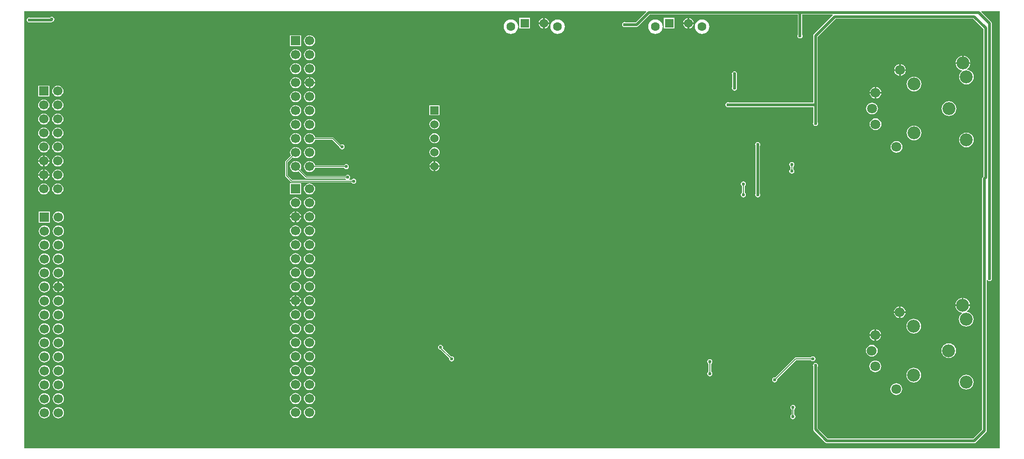
<source format=gbl>
G04*
G04 #@! TF.GenerationSoftware,Altium Limited,Altium Designer,19.0.15 (446)*
G04*
G04 Layer_Physical_Order=2*
G04 Layer_Color=16711680*
%FSLAX25Y25*%
%MOIN*%
G70*
G01*
G75*
%ADD15C,0.00591*%
%ADD73C,0.01968*%
%ADD74C,0.02165*%
%ADD76C,0.09252*%
%ADD77C,0.07087*%
%ADD78R,0.06299X0.06299*%
%ADD79C,0.06299*%
%ADD80R,0.06693X0.06693*%
%ADD81C,0.06693*%
%ADD82C,0.06000*%
%ADD83R,0.06000X0.06000*%
%ADD84C,0.02362*%
G36*
X698682Y1184D02*
X1184D01*
Y313776D01*
X445878D01*
X446070Y313315D01*
X438504Y305749D01*
X431300D01*
X431207Y305812D01*
X430512Y305950D01*
X429817Y305812D01*
X429228Y305418D01*
X428834Y304829D01*
X428696Y304134D01*
X428834Y303439D01*
X429228Y302850D01*
X429817Y302456D01*
X430512Y302318D01*
X431207Y302456D01*
X431300Y302519D01*
X439173D01*
X439791Y302642D01*
X440315Y302992D01*
X448523Y311200D01*
X554290D01*
Y296851D01*
X554228Y296758D01*
X554089Y296063D01*
X554228Y295368D01*
X554621Y294779D01*
X555211Y294385D01*
X555905Y294247D01*
X556601Y294385D01*
X557190Y294779D01*
X557583Y295368D01*
X557722Y296063D01*
X557583Y296758D01*
X557521Y296851D01*
Y311200D01*
X579074D01*
X579282Y310700D01*
X565787Y297205D01*
X565437Y296681D01*
X565314Y296063D01*
Y248358D01*
X505119Y248358D01*
X505026Y248420D01*
X504331Y248558D01*
X503636Y248420D01*
X503047Y248027D01*
X502653Y247438D01*
X502515Y246743D01*
X502653Y246048D01*
X503047Y245458D01*
X503636Y245065D01*
X504331Y244927D01*
X505026Y245065D01*
X505119Y245127D01*
X565314Y245127D01*
Y234253D01*
X565251Y234159D01*
X565113Y233465D01*
X565251Y232770D01*
X565645Y232181D01*
X566234Y231787D01*
X566929Y231649D01*
X567624Y231787D01*
X568213Y232181D01*
X568607Y232770D01*
X568745Y233465D01*
X568607Y234159D01*
X568544Y234253D01*
Y246743D01*
Y295394D01*
X581378Y308227D01*
X679646D01*
X686967Y300906D01*
Y195428D01*
X686653Y195114D01*
X686303Y194590D01*
X686180Y193972D01*
Y14449D01*
X679646Y7914D01*
X575866D01*
X568544Y15236D01*
Y59448D01*
X568607Y59541D01*
X568745Y60236D01*
X568607Y60931D01*
X568213Y61520D01*
X567624Y61914D01*
X566929Y62052D01*
X566234Y61914D01*
X565645Y61520D01*
X565251Y60931D01*
X565113Y60236D01*
X565251Y59541D01*
X565314Y59448D01*
Y14567D01*
X565437Y13949D01*
X565787Y13425D01*
X574055Y5157D01*
X574579Y4807D01*
X575197Y4684D01*
X680315D01*
X680933Y4807D01*
X681457Y5157D01*
X688938Y12637D01*
X689288Y13161D01*
X689411Y13780D01*
Y121221D01*
X689911Y121372D01*
X690055Y121157D01*
X690644Y120763D01*
X691339Y120625D01*
X692033Y120763D01*
X692623Y121157D01*
X693016Y121746D01*
X693155Y122441D01*
X693016Y123136D01*
X692954Y123229D01*
Y305146D01*
X692831Y305764D01*
X692481Y306288D01*
X685454Y313315D01*
X685646Y313776D01*
X698682D01*
Y1184D01*
D02*
G37*
%LPC*%
G36*
X20866Y309690D02*
X20171Y309552D01*
X19639Y309196D01*
X5229D01*
X4724Y309296D01*
X4030Y309158D01*
X3440Y308764D01*
X3047Y308175D01*
X2908Y307480D01*
X3047Y306785D01*
X3440Y306196D01*
X4030Y305803D01*
X4724Y305664D01*
X5229Y305765D01*
X20472D01*
X21129Y305895D01*
X21686Y306267D01*
X21700Y306289D01*
X22150Y306590D01*
X22544Y307179D01*
X22682Y307874D01*
X22544Y308569D01*
X22150Y309158D01*
X21561Y309552D01*
X20866Y309690D01*
D02*
G37*
G36*
X476653Y308822D02*
Y305709D01*
X479767D01*
X479716Y306097D01*
X479338Y307009D01*
X478737Y307792D01*
X477954Y308393D01*
X477042Y308771D01*
X476653Y308822D01*
D02*
G37*
G36*
X475472D02*
X475084Y308771D01*
X474172Y308393D01*
X473389Y307792D01*
X472788Y307009D01*
X472410Y306097D01*
X472359Y305709D01*
X475472D01*
Y308822D01*
D02*
G37*
G36*
X373307D02*
Y305709D01*
X376421D01*
X376370Y306097D01*
X375992Y307009D01*
X375391Y307792D01*
X374607Y308393D01*
X373695Y308771D01*
X373307Y308822D01*
D02*
G37*
G36*
X372126D02*
X371738Y308771D01*
X370826Y308393D01*
X370042Y307792D01*
X369441Y307009D01*
X369063Y306097D01*
X369012Y305709D01*
X372126D01*
Y308822D01*
D02*
G37*
G36*
X479767Y304528D02*
X476653D01*
Y301414D01*
X477042Y301465D01*
X477954Y301843D01*
X478737Y302444D01*
X479338Y303227D01*
X479716Y304139D01*
X479767Y304528D01*
D02*
G37*
G36*
X475472D02*
X472359D01*
X472410Y304139D01*
X472788Y303227D01*
X473389Y302444D01*
X474172Y301843D01*
X475084Y301465D01*
X475472Y301414D01*
Y304528D01*
D02*
G37*
G36*
X376421D02*
X373307D01*
Y301414D01*
X373695Y301465D01*
X374607Y301843D01*
X375391Y302444D01*
X375992Y303227D01*
X376370Y304139D01*
X376421Y304528D01*
D02*
G37*
G36*
X372126D02*
X369012D01*
X369063Y304139D01*
X369441Y303227D01*
X370042Y302444D01*
X370826Y301843D01*
X371738Y301465D01*
X372126Y301414D01*
Y304528D01*
D02*
G37*
G36*
X466033Y308868D02*
X458534D01*
Y301368D01*
X466033D01*
Y308868D01*
D02*
G37*
G36*
X362687D02*
X355187D01*
Y301368D01*
X362687D01*
Y308868D01*
D02*
G37*
G36*
X485906Y307810D02*
X484567Y307633D01*
X483320Y307117D01*
X482248Y306295D01*
X481427Y305224D01*
X480910Y303976D01*
X480734Y302638D01*
X480910Y301299D01*
X481427Y300052D01*
X482248Y298981D01*
X483320Y298159D01*
X484567Y297642D01*
X485906Y297466D01*
X487244Y297642D01*
X488491Y298159D01*
X489563Y298981D01*
X490384Y300052D01*
X490901Y301299D01*
X491077Y302638D01*
X490901Y303976D01*
X490384Y305224D01*
X489563Y306295D01*
X488491Y307117D01*
X487244Y307633D01*
X485906Y307810D01*
D02*
G37*
G36*
X452441D02*
X451102Y307633D01*
X449855Y307117D01*
X448784Y306295D01*
X447962Y305224D01*
X447445Y303976D01*
X447269Y302638D01*
X447445Y301299D01*
X447962Y300052D01*
X448784Y298981D01*
X449855Y298159D01*
X451102Y297642D01*
X452441Y297466D01*
X453780Y297642D01*
X455027Y298159D01*
X456098Y298981D01*
X456920Y300052D01*
X457437Y301299D01*
X457613Y302638D01*
X457437Y303976D01*
X456920Y305224D01*
X456098Y306295D01*
X455027Y307117D01*
X453780Y307633D01*
X452441Y307810D01*
D02*
G37*
G36*
X382559D02*
X381221Y307633D01*
X379973Y307117D01*
X378902Y306295D01*
X378080Y305224D01*
X377564Y303976D01*
X377387Y302638D01*
X377564Y301299D01*
X378080Y300052D01*
X378902Y298981D01*
X379973Y298159D01*
X381221Y297642D01*
X382559Y297466D01*
X383898Y297642D01*
X385145Y298159D01*
X386216Y298981D01*
X387038Y300052D01*
X387555Y301299D01*
X387731Y302638D01*
X387555Y303976D01*
X387038Y305224D01*
X386216Y306295D01*
X385145Y307117D01*
X383898Y307633D01*
X382559Y307810D01*
D02*
G37*
G36*
X349095D02*
X347756Y307633D01*
X346509Y307117D01*
X345438Y306295D01*
X344616Y305224D01*
X344099Y303976D01*
X343923Y302638D01*
X344099Y301299D01*
X344616Y300052D01*
X345438Y298981D01*
X346509Y298159D01*
X347756Y297642D01*
X349095Y297466D01*
X350433Y297642D01*
X351680Y298159D01*
X352751Y298981D01*
X353573Y300052D01*
X354090Y301299D01*
X354266Y302638D01*
X354090Y303976D01*
X353573Y305224D01*
X352751Y306295D01*
X351680Y307117D01*
X350433Y307633D01*
X349095Y307810D01*
D02*
G37*
G36*
X199126Y296484D02*
X191233D01*
Y288591D01*
X199126D01*
Y296484D01*
D02*
G37*
G36*
X205180Y296518D02*
X204149Y296383D01*
X203189Y295985D01*
X202365Y295352D01*
X201732Y294528D01*
X201335Y293568D01*
X201199Y292538D01*
X201335Y291508D01*
X201732Y290547D01*
X202365Y289723D01*
X203189Y289091D01*
X204149Y288693D01*
X205180Y288557D01*
X206210Y288693D01*
X207170Y289091D01*
X207994Y289723D01*
X208627Y290547D01*
X209024Y291508D01*
X209160Y292538D01*
X209024Y293568D01*
X208627Y294528D01*
X207994Y295352D01*
X207170Y295985D01*
X206210Y296383D01*
X205180Y296518D01*
D02*
G37*
G36*
Y286518D02*
X204149Y286383D01*
X203189Y285985D01*
X202365Y285352D01*
X201732Y284528D01*
X201335Y283568D01*
X201199Y282538D01*
X201335Y281508D01*
X201732Y280547D01*
X202365Y279723D01*
X203189Y279091D01*
X204149Y278693D01*
X205180Y278557D01*
X206210Y278693D01*
X207170Y279091D01*
X207994Y279723D01*
X208627Y280547D01*
X209024Y281508D01*
X209160Y282538D01*
X209024Y283568D01*
X208627Y284528D01*
X207994Y285352D01*
X207170Y285985D01*
X206210Y286383D01*
X205180Y286518D01*
D02*
G37*
G36*
X195179D02*
X194149Y286383D01*
X193189Y285985D01*
X192365Y285352D01*
X191732Y284528D01*
X191335Y283568D01*
X191199Y282538D01*
X191335Y281508D01*
X191732Y280547D01*
X192365Y279723D01*
X193189Y279091D01*
X194149Y278693D01*
X195179Y278557D01*
X196210Y278693D01*
X197170Y279091D01*
X197994Y279723D01*
X198627Y280547D01*
X199024Y281508D01*
X199160Y282538D01*
X199024Y283568D01*
X198627Y284528D01*
X197994Y285352D01*
X197170Y285985D01*
X196210Y286383D01*
X195179Y286518D01*
D02*
G37*
G36*
X672992Y281788D02*
Y277185D01*
X677595D01*
X677493Y277959D01*
X676966Y279230D01*
X676129Y280322D01*
X675037Y281159D01*
X673766Y281686D01*
X672992Y281788D01*
D02*
G37*
G36*
X671811Y281788D02*
X671037Y281686D01*
X669766Y281159D01*
X668674Y280322D01*
X667837Y279230D01*
X667310Y277959D01*
X667208Y277185D01*
X671811D01*
Y281788D01*
D02*
G37*
G36*
X627992Y275696D02*
Y272185D01*
X631503D01*
X631438Y272676D01*
X631021Y273684D01*
X630357Y274550D01*
X629491Y275214D01*
X628483Y275631D01*
X627992Y275696D01*
D02*
G37*
G36*
X626811D02*
X626320Y275631D01*
X625312Y275214D01*
X624446Y274550D01*
X623782Y273684D01*
X623365Y272676D01*
X623300Y272185D01*
X626811D01*
Y275696D01*
D02*
G37*
G36*
X205180Y276518D02*
X204149Y276383D01*
X203189Y275985D01*
X202365Y275352D01*
X201732Y274528D01*
X201335Y273568D01*
X201199Y272538D01*
X201335Y271508D01*
X201732Y270548D01*
X202365Y269723D01*
X203189Y269091D01*
X204149Y268693D01*
X205180Y268557D01*
X206210Y268693D01*
X207170Y269091D01*
X207994Y269723D01*
X208627Y270548D01*
X209024Y271508D01*
X209160Y272538D01*
X209024Y273568D01*
X208627Y274528D01*
X207994Y275352D01*
X207170Y275985D01*
X206210Y276383D01*
X205180Y276518D01*
D02*
G37*
G36*
X195179D02*
X194149Y276383D01*
X193189Y275985D01*
X192365Y275352D01*
X191732Y274528D01*
X191335Y273568D01*
X191199Y272538D01*
X191335Y271508D01*
X191732Y270548D01*
X192365Y269723D01*
X193189Y269091D01*
X194149Y268693D01*
X195179Y268557D01*
X196210Y268693D01*
X197170Y269091D01*
X197994Y269723D01*
X198627Y270548D01*
X199024Y271508D01*
X199160Y272538D01*
X199024Y273568D01*
X198627Y274528D01*
X197994Y275352D01*
X197170Y275985D01*
X196210Y276383D01*
X195179Y276518D01*
D02*
G37*
G36*
X631503Y271004D02*
X627992D01*
Y267493D01*
X628483Y267558D01*
X629491Y267975D01*
X630357Y268639D01*
X631021Y269505D01*
X631438Y270513D01*
X631503Y271004D01*
D02*
G37*
G36*
X626811D02*
X623300D01*
X623365Y270513D01*
X623782Y269505D01*
X624446Y268639D01*
X625312Y267975D01*
X626320Y267558D01*
X626811Y267493D01*
Y271004D01*
D02*
G37*
G36*
X205770Y266441D02*
Y263128D01*
X209082D01*
X209024Y263568D01*
X208627Y264528D01*
X207994Y265352D01*
X207170Y265985D01*
X206210Y266383D01*
X205770Y266441D01*
D02*
G37*
G36*
X204589Y266441D02*
X204149Y266383D01*
X203189Y265985D01*
X202365Y265352D01*
X201732Y264528D01*
X201335Y263568D01*
X201277Y263128D01*
X204589D01*
Y266441D01*
D02*
G37*
G36*
X677595Y276004D02*
X672402D01*
X667208D01*
X667310Y275230D01*
X667837Y273959D01*
X668674Y272867D01*
X669766Y272030D01*
X671037Y271503D01*
X671767Y271407D01*
X671907Y270884D01*
X671174Y270322D01*
X670337Y269230D01*
X669810Y267959D01*
X669630Y266595D01*
X669810Y265230D01*
X670337Y263959D01*
X671174Y262867D01*
X672266Y262030D01*
X673537Y261503D01*
X674902Y261323D01*
X676266Y261503D01*
X677537Y262030D01*
X678629Y262867D01*
X679466Y263959D01*
X679993Y265230D01*
X680173Y266595D01*
X679993Y267959D01*
X679466Y269230D01*
X678629Y270322D01*
X677537Y271159D01*
X676266Y271686D01*
X675536Y271782D01*
X675396Y272305D01*
X676129Y272867D01*
X676966Y273959D01*
X677493Y275230D01*
X677595Y276004D01*
D02*
G37*
G36*
X204589Y261947D02*
X201277D01*
X201335Y261508D01*
X201732Y260547D01*
X202365Y259723D01*
X203189Y259091D01*
X204149Y258693D01*
X204589Y258635D01*
Y261947D01*
D02*
G37*
G36*
X209082D02*
X205770D01*
Y258635D01*
X206210Y258693D01*
X207170Y259091D01*
X207994Y259723D01*
X208627Y260547D01*
X209024Y261508D01*
X209082Y261947D01*
D02*
G37*
G36*
X195179Y266518D02*
X194149Y266383D01*
X193189Y265985D01*
X192365Y265352D01*
X191732Y264528D01*
X191335Y263568D01*
X191199Y262538D01*
X191335Y261508D01*
X191732Y260547D01*
X192365Y259723D01*
X193189Y259091D01*
X194149Y258693D01*
X195179Y258557D01*
X196210Y258693D01*
X197170Y259091D01*
X197994Y259723D01*
X198627Y260547D01*
X199024Y261508D01*
X199160Y262538D01*
X199024Y263568D01*
X198627Y264528D01*
X197994Y265352D01*
X197170Y265985D01*
X196210Y266383D01*
X195179Y266518D01*
D02*
G37*
G36*
X509055Y270714D02*
X508360Y270575D01*
X507771Y270182D01*
X507377Y269593D01*
X507239Y268898D01*
X507377Y268203D01*
X507440Y268109D01*
Y259450D01*
X507377Y259356D01*
X507239Y258661D01*
X507377Y257966D01*
X507771Y257377D01*
X508360Y256984D01*
X509055Y256845D01*
X509750Y256984D01*
X510339Y257377D01*
X510733Y257966D01*
X510871Y258661D01*
X510733Y259356D01*
X510670Y259450D01*
Y268109D01*
X510733Y268203D01*
X510871Y268898D01*
X510733Y269593D01*
X510339Y270182D01*
X509750Y270575D01*
X509055Y270714D01*
D02*
G37*
G36*
X637402Y266866D02*
X636037Y266686D01*
X634766Y266159D01*
X633674Y265322D01*
X632837Y264230D01*
X632310Y262959D01*
X632130Y261595D01*
X632310Y260230D01*
X632837Y258959D01*
X633674Y257867D01*
X634766Y257030D01*
X636037Y256503D01*
X637402Y256323D01*
X638766Y256503D01*
X640037Y257030D01*
X641129Y257867D01*
X641966Y258959D01*
X642493Y260230D01*
X642673Y261595D01*
X642493Y262959D01*
X641966Y264230D01*
X641129Y265322D01*
X640037Y266159D01*
X638766Y266686D01*
X637402Y266866D01*
D02*
G37*
G36*
X610492Y259446D02*
Y255935D01*
X614003D01*
X613938Y256426D01*
X613521Y257434D01*
X612857Y258299D01*
X611991Y258964D01*
X610983Y259381D01*
X610492Y259446D01*
D02*
G37*
G36*
X609311D02*
X608820Y259381D01*
X607812Y258964D01*
X606947Y258299D01*
X606282Y257434D01*
X605865Y256426D01*
X605800Y255935D01*
X609311D01*
Y259446D01*
D02*
G37*
G36*
X19026Y260484D02*
X11133D01*
Y252591D01*
X19026D01*
Y260484D01*
D02*
G37*
G36*
X25080Y260518D02*
X24049Y260383D01*
X23089Y259985D01*
X22265Y259352D01*
X21632Y258528D01*
X21235Y257568D01*
X21099Y256538D01*
X21235Y255508D01*
X21632Y254548D01*
X22265Y253723D01*
X23089Y253091D01*
X24049Y252693D01*
X25080Y252557D01*
X26110Y252693D01*
X27070Y253091D01*
X27894Y253723D01*
X28527Y254548D01*
X28924Y255508D01*
X29060Y256538D01*
X28924Y257568D01*
X28527Y258528D01*
X27894Y259352D01*
X27070Y259985D01*
X26110Y260383D01*
X25080Y260518D01*
D02*
G37*
G36*
X614003Y254754D02*
X610492D01*
Y251243D01*
X610983Y251308D01*
X611991Y251725D01*
X612857Y252390D01*
X613521Y253255D01*
X613938Y254263D01*
X614003Y254754D01*
D02*
G37*
G36*
X609311D02*
X605800D01*
X605865Y254263D01*
X606282Y253255D01*
X606947Y252390D01*
X607812Y251725D01*
X608820Y251308D01*
X609311Y251243D01*
Y254754D01*
D02*
G37*
G36*
X205180Y256518D02*
X204149Y256383D01*
X203189Y255985D01*
X202365Y255352D01*
X201732Y254528D01*
X201335Y253568D01*
X201199Y252538D01*
X201335Y251508D01*
X201732Y250548D01*
X202365Y249723D01*
X203189Y249091D01*
X204149Y248693D01*
X205180Y248557D01*
X206210Y248693D01*
X207170Y249091D01*
X207994Y249723D01*
X208627Y250548D01*
X209024Y251508D01*
X209160Y252538D01*
X209024Y253568D01*
X208627Y254528D01*
X207994Y255352D01*
X207170Y255985D01*
X206210Y256383D01*
X205180Y256518D01*
D02*
G37*
G36*
X195179D02*
X194149Y256383D01*
X193189Y255985D01*
X192365Y255352D01*
X191732Y254528D01*
X191335Y253568D01*
X191199Y252538D01*
X191335Y251508D01*
X191732Y250548D01*
X192365Y249723D01*
X193189Y249091D01*
X194149Y248693D01*
X195179Y248557D01*
X196210Y248693D01*
X197170Y249091D01*
X197994Y249723D01*
X198627Y250548D01*
X199024Y251508D01*
X199160Y252538D01*
X199024Y253568D01*
X198627Y254528D01*
X197994Y255352D01*
X197170Y255985D01*
X196210Y256383D01*
X195179Y256518D01*
D02*
G37*
G36*
X25080Y250518D02*
X24049Y250383D01*
X23089Y249985D01*
X22265Y249352D01*
X21632Y248528D01*
X21235Y247568D01*
X21099Y246538D01*
X21235Y245508D01*
X21632Y244548D01*
X22265Y243723D01*
X23089Y243091D01*
X24049Y242693D01*
X25080Y242557D01*
X26110Y242693D01*
X27070Y243091D01*
X27894Y243723D01*
X28527Y244548D01*
X28924Y245508D01*
X29060Y246538D01*
X28924Y247568D01*
X28527Y248528D01*
X27894Y249352D01*
X27070Y249985D01*
X26110Y250383D01*
X25080Y250518D01*
D02*
G37*
G36*
X15079D02*
X14049Y250383D01*
X13089Y249985D01*
X12265Y249352D01*
X11632Y248528D01*
X11235Y247568D01*
X11099Y246538D01*
X11235Y245508D01*
X11632Y244548D01*
X12265Y243723D01*
X13089Y243091D01*
X14049Y242693D01*
X15079Y242557D01*
X16110Y242693D01*
X17070Y243091D01*
X17894Y243723D01*
X18527Y244548D01*
X18924Y245508D01*
X19060Y246538D01*
X18924Y247568D01*
X18527Y248528D01*
X17894Y249352D01*
X17070Y249985D01*
X16110Y250383D01*
X15079Y250518D01*
D02*
G37*
G36*
X607402Y248273D02*
X606320Y248131D01*
X605312Y247714D01*
X604447Y247049D01*
X603782Y246184D01*
X603365Y245176D01*
X603223Y244094D01*
X603365Y243013D01*
X603782Y242005D01*
X604447Y241140D01*
X605312Y240475D01*
X606320Y240058D01*
X607402Y239915D01*
X608483Y240058D01*
X609491Y240475D01*
X610357Y241140D01*
X611021Y242005D01*
X611438Y243013D01*
X611581Y244094D01*
X611438Y245176D01*
X611021Y246184D01*
X610357Y247049D01*
X609491Y247714D01*
X608483Y248131D01*
X607402Y248273D01*
D02*
G37*
G36*
X298088Y246435D02*
X290888D01*
Y239235D01*
X298088D01*
Y246435D01*
D02*
G37*
G36*
X662402Y249366D02*
X661037Y249186D01*
X659766Y248659D01*
X658674Y247822D01*
X657837Y246730D01*
X657310Y245459D01*
X657130Y244094D01*
X657310Y242730D01*
X657837Y241459D01*
X658674Y240367D01*
X659766Y239530D01*
X661037Y239003D01*
X662402Y238823D01*
X663766Y239003D01*
X665037Y239530D01*
X666129Y240367D01*
X666966Y241459D01*
X667493Y242730D01*
X667673Y244094D01*
X667493Y245459D01*
X666966Y246730D01*
X666129Y247822D01*
X665037Y248659D01*
X663766Y249186D01*
X662402Y249366D01*
D02*
G37*
G36*
X205180Y246518D02*
X204149Y246383D01*
X203189Y245985D01*
X202365Y245352D01*
X201732Y244528D01*
X201335Y243568D01*
X201199Y242538D01*
X201335Y241508D01*
X201732Y240547D01*
X202365Y239723D01*
X203189Y239091D01*
X204149Y238693D01*
X205180Y238557D01*
X206210Y238693D01*
X207170Y239091D01*
X207994Y239723D01*
X208627Y240547D01*
X209024Y241508D01*
X209160Y242538D01*
X209024Y243568D01*
X208627Y244528D01*
X207994Y245352D01*
X207170Y245985D01*
X206210Y246383D01*
X205180Y246518D01*
D02*
G37*
G36*
X195179D02*
X194149Y246383D01*
X193189Y245985D01*
X192365Y245352D01*
X191732Y244528D01*
X191335Y243568D01*
X191199Y242538D01*
X191335Y241508D01*
X191732Y240547D01*
X192365Y239723D01*
X193189Y239091D01*
X194149Y238693D01*
X195179Y238557D01*
X196210Y238693D01*
X197170Y239091D01*
X197994Y239723D01*
X198627Y240547D01*
X199024Y241508D01*
X199160Y242538D01*
X199024Y243568D01*
X198627Y244528D01*
X197994Y245352D01*
X197170Y245985D01*
X196210Y246383D01*
X195179Y246518D01*
D02*
G37*
G36*
X25080Y240518D02*
X24049Y240383D01*
X23089Y239985D01*
X22265Y239352D01*
X21632Y238528D01*
X21235Y237568D01*
X21099Y236538D01*
X21235Y235508D01*
X21632Y234547D01*
X22265Y233723D01*
X23089Y233091D01*
X24049Y232693D01*
X25080Y232557D01*
X26110Y232693D01*
X27070Y233091D01*
X27894Y233723D01*
X28527Y234547D01*
X28924Y235508D01*
X29060Y236538D01*
X28924Y237568D01*
X28527Y238528D01*
X27894Y239352D01*
X27070Y239985D01*
X26110Y240383D01*
X25080Y240518D01*
D02*
G37*
G36*
X15079D02*
X14049Y240383D01*
X13089Y239985D01*
X12265Y239352D01*
X11632Y238528D01*
X11235Y237568D01*
X11099Y236538D01*
X11235Y235508D01*
X11632Y234547D01*
X12265Y233723D01*
X13089Y233091D01*
X14049Y232693D01*
X15079Y232557D01*
X16110Y232693D01*
X17070Y233091D01*
X17894Y233723D01*
X18527Y234547D01*
X18924Y235508D01*
X19060Y236538D01*
X18924Y237568D01*
X18527Y238528D01*
X17894Y239352D01*
X17070Y239985D01*
X16110Y240383D01*
X15079Y240518D01*
D02*
G37*
G36*
X294488Y236466D02*
X293548Y236342D01*
X292673Y235979D01*
X291921Y235402D01*
X291344Y234650D01*
X290981Y233774D01*
X290857Y232835D01*
X290981Y231895D01*
X291344Y231019D01*
X291921Y230267D01*
X292673Y229690D01*
X293548Y229327D01*
X294488Y229204D01*
X295428Y229327D01*
X296304Y229690D01*
X297056Y230267D01*
X297633Y231019D01*
X297995Y231895D01*
X298119Y232835D01*
X297995Y233774D01*
X297633Y234650D01*
X297056Y235402D01*
X296304Y235979D01*
X295428Y236342D01*
X294488Y236466D01*
D02*
G37*
G36*
X609902Y237023D02*
X608820Y236881D01*
X607812Y236464D01*
X606947Y235800D01*
X606282Y234934D01*
X605865Y233926D01*
X605723Y232844D01*
X605865Y231763D01*
X606282Y230755D01*
X606947Y229889D01*
X607812Y229225D01*
X608820Y228808D01*
X609902Y228665D01*
X610983Y228808D01*
X611991Y229225D01*
X612857Y229889D01*
X613521Y230755D01*
X613938Y231763D01*
X614081Y232844D01*
X613938Y233926D01*
X613521Y234934D01*
X612857Y235800D01*
X611991Y236464D01*
X610983Y236881D01*
X609902Y237023D01*
D02*
G37*
G36*
X205180Y236518D02*
X204149Y236383D01*
X203189Y235985D01*
X202365Y235352D01*
X201732Y234528D01*
X201335Y233568D01*
X201199Y232538D01*
X201335Y231508D01*
X201732Y230547D01*
X202365Y229723D01*
X203189Y229091D01*
X204149Y228693D01*
X205180Y228557D01*
X206210Y228693D01*
X207170Y229091D01*
X207994Y229723D01*
X208627Y230547D01*
X209024Y231508D01*
X209160Y232538D01*
X209024Y233568D01*
X208627Y234528D01*
X207994Y235352D01*
X207170Y235985D01*
X206210Y236383D01*
X205180Y236518D01*
D02*
G37*
G36*
X195179D02*
X194149Y236383D01*
X193189Y235985D01*
X192365Y235352D01*
X191732Y234528D01*
X191335Y233568D01*
X191199Y232538D01*
X191335Y231508D01*
X191732Y230547D01*
X192365Y229723D01*
X193189Y229091D01*
X194149Y228693D01*
X195179Y228557D01*
X196210Y228693D01*
X197170Y229091D01*
X197994Y229723D01*
X198627Y230547D01*
X199024Y231508D01*
X199160Y232538D01*
X199024Y233568D01*
X198627Y234528D01*
X197994Y235352D01*
X197170Y235985D01*
X196210Y236383D01*
X195179Y236518D01*
D02*
G37*
G36*
X25080Y230518D02*
X24049Y230383D01*
X23089Y229985D01*
X22265Y229352D01*
X21632Y228528D01*
X21235Y227568D01*
X21099Y226538D01*
X21235Y225508D01*
X21632Y224548D01*
X22265Y223723D01*
X23089Y223091D01*
X24049Y222693D01*
X25080Y222557D01*
X26110Y222693D01*
X27070Y223091D01*
X27894Y223723D01*
X28527Y224548D01*
X28924Y225508D01*
X29060Y226538D01*
X28924Y227568D01*
X28527Y228528D01*
X27894Y229352D01*
X27070Y229985D01*
X26110Y230383D01*
X25080Y230518D01*
D02*
G37*
G36*
X15079D02*
X14049Y230383D01*
X13089Y229985D01*
X12265Y229352D01*
X11632Y228528D01*
X11235Y227568D01*
X11099Y226538D01*
X11235Y225508D01*
X11632Y224548D01*
X12265Y223723D01*
X13089Y223091D01*
X14049Y222693D01*
X15079Y222557D01*
X16110Y222693D01*
X17070Y223091D01*
X17894Y223723D01*
X18527Y224548D01*
X18924Y225508D01*
X19060Y226538D01*
X18924Y227568D01*
X18527Y228528D01*
X17894Y229352D01*
X17070Y229985D01*
X16110Y230383D01*
X15079Y230518D01*
D02*
G37*
G36*
X637402Y231866D02*
X636037Y231686D01*
X634766Y231159D01*
X633674Y230322D01*
X632837Y229230D01*
X632310Y227959D01*
X632130Y226594D01*
X632310Y225230D01*
X632837Y223959D01*
X633674Y222867D01*
X634766Y222030D01*
X636037Y221503D01*
X637402Y221323D01*
X638766Y221503D01*
X640037Y222030D01*
X641129Y222867D01*
X641966Y223959D01*
X642493Y225230D01*
X642673Y226594D01*
X642493Y227959D01*
X641966Y229230D01*
X641129Y230322D01*
X640037Y231159D01*
X638766Y231686D01*
X637402Y231866D01*
D02*
G37*
G36*
X294488Y226466D02*
X293548Y226342D01*
X292673Y225979D01*
X291921Y225402D01*
X291344Y224650D01*
X290981Y223774D01*
X290857Y222835D01*
X290981Y221895D01*
X291344Y221019D01*
X291921Y220267D01*
X292673Y219690D01*
X293548Y219327D01*
X294488Y219204D01*
X295428Y219327D01*
X296304Y219690D01*
X297056Y220267D01*
X297633Y221019D01*
X297995Y221895D01*
X298119Y222835D01*
X297995Y223774D01*
X297633Y224650D01*
X297056Y225402D01*
X296304Y225979D01*
X295428Y226342D01*
X294488Y226466D01*
D02*
G37*
G36*
X195179Y226518D02*
X194149Y226383D01*
X193189Y225985D01*
X192365Y225352D01*
X191732Y224528D01*
X191335Y223568D01*
X191199Y222538D01*
X191335Y221508D01*
X191732Y220548D01*
X192365Y219723D01*
X193189Y219091D01*
X194149Y218693D01*
X195179Y218557D01*
X196210Y218693D01*
X197170Y219091D01*
X197994Y219723D01*
X198627Y220548D01*
X199024Y221508D01*
X199160Y222538D01*
X199024Y223568D01*
X198627Y224528D01*
X197994Y225352D01*
X197170Y225985D01*
X196210Y226383D01*
X195179Y226518D01*
D02*
G37*
G36*
X674902Y226866D02*
X673537Y226686D01*
X672266Y226159D01*
X671174Y225322D01*
X670337Y224230D01*
X669810Y222959D01*
X669630Y221595D01*
X669810Y220230D01*
X670337Y218959D01*
X671174Y217867D01*
X672266Y217030D01*
X673537Y216503D01*
X674902Y216323D01*
X676266Y216503D01*
X677537Y217030D01*
X678629Y217867D01*
X679466Y218959D01*
X679993Y220230D01*
X680173Y221595D01*
X679993Y222959D01*
X679466Y224230D01*
X678629Y225322D01*
X677537Y226159D01*
X676266Y226686D01*
X674902Y226866D01*
D02*
G37*
G36*
X205180Y226518D02*
X204149Y226383D01*
X203189Y225985D01*
X202365Y225352D01*
X201732Y224528D01*
X201335Y223568D01*
X201199Y222538D01*
X201335Y221508D01*
X201732Y220548D01*
X202365Y219723D01*
X203189Y219091D01*
X204149Y218693D01*
X205180Y218557D01*
X206210Y218693D01*
X207170Y219091D01*
X207994Y219723D01*
X208627Y220548D01*
X209024Y221508D01*
X209040Y221625D01*
X221410D01*
X226553Y216482D01*
X226669Y215899D01*
X227062Y215310D01*
X227652Y214917D01*
X228346Y214778D01*
X229041Y214917D01*
X229631Y215310D01*
X230024Y215899D01*
X230162Y216595D01*
X230024Y217289D01*
X229631Y217879D01*
X229041Y218272D01*
X228346Y218410D01*
X227652Y218272D01*
X227467Y218149D01*
X222434Y223183D01*
X222137Y223381D01*
X221788Y223451D01*
X209040D01*
X209024Y223568D01*
X208627Y224528D01*
X207994Y225352D01*
X207170Y225985D01*
X206210Y226383D01*
X205180Y226518D01*
D02*
G37*
G36*
X25080Y220518D02*
X24049Y220383D01*
X23089Y219985D01*
X22265Y219352D01*
X21632Y218528D01*
X21235Y217568D01*
X21099Y216538D01*
X21235Y215508D01*
X21632Y214547D01*
X22265Y213723D01*
X23089Y213091D01*
X24049Y212693D01*
X25080Y212557D01*
X26110Y212693D01*
X27070Y213091D01*
X27894Y213723D01*
X28527Y214547D01*
X28924Y215508D01*
X29060Y216538D01*
X28924Y217568D01*
X28527Y218528D01*
X27894Y219352D01*
X27070Y219985D01*
X26110Y220383D01*
X25080Y220518D01*
D02*
G37*
G36*
X15079D02*
X14049Y220383D01*
X13089Y219985D01*
X12265Y219352D01*
X11632Y218528D01*
X11235Y217568D01*
X11099Y216538D01*
X11235Y215508D01*
X11632Y214547D01*
X12265Y213723D01*
X13089Y213091D01*
X14049Y212693D01*
X15079Y212557D01*
X16110Y212693D01*
X17070Y213091D01*
X17894Y213723D01*
X18527Y214547D01*
X18924Y215508D01*
X19060Y216538D01*
X18924Y217568D01*
X18527Y218528D01*
X17894Y219352D01*
X17070Y219985D01*
X16110Y220383D01*
X15079Y220518D01*
D02*
G37*
G36*
X624902Y220774D02*
X623820Y220631D01*
X622812Y220214D01*
X621946Y219549D01*
X621282Y218684D01*
X620865Y217676D01*
X620722Y216595D01*
X620865Y215513D01*
X621282Y214505D01*
X621946Y213639D01*
X622812Y212975D01*
X623820Y212558D01*
X624902Y212415D01*
X625983Y212558D01*
X626991Y212975D01*
X627857Y213639D01*
X628521Y214505D01*
X628938Y215513D01*
X629081Y216595D01*
X628938Y217676D01*
X628521Y218684D01*
X627857Y219549D01*
X626991Y220214D01*
X625983Y220631D01*
X624902Y220774D01*
D02*
G37*
G36*
X294488Y216466D02*
X293548Y216342D01*
X292673Y215979D01*
X291921Y215402D01*
X291344Y214650D01*
X290981Y213774D01*
X290857Y212835D01*
X290981Y211895D01*
X291344Y211019D01*
X291921Y210267D01*
X292673Y209690D01*
X293548Y209327D01*
X294488Y209204D01*
X295428Y209327D01*
X296304Y209690D01*
X297056Y210267D01*
X297633Y211019D01*
X297995Y211895D01*
X298119Y212835D01*
X297995Y213774D01*
X297633Y214650D01*
X297056Y215402D01*
X296304Y215979D01*
X295428Y216342D01*
X294488Y216466D01*
D02*
G37*
G36*
X205180Y216518D02*
X204149Y216383D01*
X203189Y215985D01*
X202365Y215352D01*
X201732Y214528D01*
X201335Y213568D01*
X201199Y212538D01*
X201335Y211508D01*
X201732Y210547D01*
X202365Y209723D01*
X203189Y209091D01*
X204149Y208693D01*
X205180Y208557D01*
X206210Y208693D01*
X207170Y209091D01*
X207994Y209723D01*
X208627Y210547D01*
X209024Y211508D01*
X209160Y212538D01*
X209024Y213568D01*
X208627Y214528D01*
X207994Y215352D01*
X207170Y215985D01*
X206210Y216383D01*
X205180Y216518D01*
D02*
G37*
G36*
X195179D02*
X194149Y216383D01*
X193189Y215985D01*
X192365Y215352D01*
X191732Y214528D01*
X191335Y213568D01*
X191199Y212538D01*
X191335Y211508D01*
X191732Y210547D01*
X191804Y210454D01*
X187937Y206586D01*
X187739Y206290D01*
X187670Y205941D01*
Y196063D01*
X187739Y195714D01*
X187937Y195417D01*
X191874Y191481D01*
X192170Y191283D01*
X192520Y191213D01*
X235158D01*
X235406Y190842D01*
X235995Y190448D01*
X236690Y190310D01*
X237385Y190448D01*
X237974Y190842D01*
X238368Y191431D01*
X238506Y192126D01*
X238368Y192821D01*
X237974Y193410D01*
X237385Y193804D01*
X236690Y193942D01*
X235995Y193804D01*
X235406Y193410D01*
X235158Y193039D01*
X233631D01*
X233479Y193539D01*
X233568Y193598D01*
X233961Y194187D01*
X234099Y194882D01*
X233961Y195577D01*
X233568Y196166D01*
X232978Y196560D01*
X232283Y196698D01*
X231589Y196560D01*
X230999Y196166D01*
X230751Y195795D01*
X203214D01*
X198555Y200454D01*
X198627Y200548D01*
X199024Y201508D01*
X199160Y202538D01*
X199024Y203568D01*
X198627Y204528D01*
X197994Y205352D01*
X197170Y205985D01*
X196210Y206383D01*
X195179Y206518D01*
X194149Y206383D01*
X193189Y205985D01*
X192365Y205352D01*
X191732Y204528D01*
X191335Y203568D01*
X191199Y202538D01*
X191335Y201508D01*
X191732Y200548D01*
X192365Y199723D01*
X193189Y199091D01*
X194149Y198693D01*
X195179Y198557D01*
X196210Y198693D01*
X197170Y199091D01*
X197264Y199163D01*
X202190Y194236D01*
X202486Y194039D01*
X202835Y193969D01*
X230751D01*
X230999Y193598D01*
X231088Y193539D01*
X230936Y193039D01*
X192898D01*
X189496Y196441D01*
Y205563D01*
X193095Y209163D01*
X193189Y209091D01*
X194149Y208693D01*
X195179Y208557D01*
X196210Y208693D01*
X197170Y209091D01*
X197994Y209723D01*
X198627Y210547D01*
X199024Y211508D01*
X199160Y212538D01*
X199024Y213568D01*
X198627Y214528D01*
X197994Y215352D01*
X197170Y215985D01*
X196210Y216383D01*
X195179Y216518D01*
D02*
G37*
G36*
X15670Y210440D02*
Y207128D01*
X18982D01*
X18924Y207568D01*
X18527Y208528D01*
X17894Y209352D01*
X17070Y209985D01*
X16110Y210383D01*
X15670Y210440D01*
D02*
G37*
G36*
X14489Y210440D02*
X14049Y210383D01*
X13089Y209985D01*
X12265Y209352D01*
X11632Y208528D01*
X11235Y207568D01*
X11177Y207128D01*
X14489D01*
Y210440D01*
D02*
G37*
G36*
X295079Y206388D02*
Y203425D01*
X298042D01*
X297995Y203774D01*
X297633Y204650D01*
X297056Y205402D01*
X296304Y205979D01*
X295428Y206342D01*
X295079Y206388D01*
D02*
G37*
G36*
X293898D02*
X293548Y206342D01*
X292673Y205979D01*
X291921Y205402D01*
X291344Y204650D01*
X290981Y203774D01*
X290935Y203425D01*
X293898D01*
Y206388D01*
D02*
G37*
G36*
X14489Y205947D02*
X11177D01*
X11235Y205508D01*
X11632Y204548D01*
X12265Y203723D01*
X13089Y203091D01*
X14049Y202693D01*
X14489Y202635D01*
Y205947D01*
D02*
G37*
G36*
X18982D02*
X15670D01*
Y202635D01*
X16110Y202693D01*
X17070Y203091D01*
X17894Y203723D01*
X18527Y204548D01*
X18924Y205508D01*
X18982Y205947D01*
D02*
G37*
G36*
X25080Y210518D02*
X24049Y210383D01*
X23089Y209985D01*
X22265Y209352D01*
X21632Y208528D01*
X21235Y207568D01*
X21099Y206538D01*
X21235Y205508D01*
X21632Y204548D01*
X22265Y203723D01*
X23089Y203091D01*
X24049Y202693D01*
X25080Y202557D01*
X26110Y202693D01*
X27070Y203091D01*
X27894Y203723D01*
X28527Y204548D01*
X28924Y205508D01*
X29060Y206538D01*
X28924Y207568D01*
X28527Y208528D01*
X27894Y209352D01*
X27070Y209985D01*
X26110Y210383D01*
X25080Y210518D01*
D02*
G37*
G36*
X205180Y206518D02*
X204149Y206383D01*
X203189Y205985D01*
X202365Y205352D01*
X201732Y204528D01*
X201335Y203568D01*
X201199Y202538D01*
X201335Y201508D01*
X201732Y200548D01*
X202365Y199723D01*
X203189Y199091D01*
X204149Y198693D01*
X205180Y198557D01*
X206210Y198693D01*
X207170Y199091D01*
X207994Y199723D01*
X208627Y200548D01*
X209024Y201508D01*
X209040Y201625D01*
X229767D01*
X230015Y201254D01*
X230604Y200860D01*
X231299Y200722D01*
X231994Y200860D01*
X232583Y201254D01*
X232977Y201843D01*
X233115Y202538D01*
X232977Y203233D01*
X232583Y203822D01*
X231994Y204216D01*
X231299Y204354D01*
X230604Y204216D01*
X230015Y203822D01*
X229767Y203451D01*
X209040D01*
X209024Y203568D01*
X208627Y204528D01*
X207994Y205352D01*
X207170Y205985D01*
X206210Y206383D01*
X205180Y206518D01*
D02*
G37*
G36*
X298042Y202244D02*
X295079D01*
Y199281D01*
X295428Y199327D01*
X296304Y199690D01*
X297056Y200267D01*
X297633Y201019D01*
X297995Y201895D01*
X298042Y202244D01*
D02*
G37*
G36*
X293898D02*
X290935D01*
X290981Y201895D01*
X291344Y201019D01*
X291921Y200267D01*
X292673Y199690D01*
X293548Y199327D01*
X293898Y199281D01*
Y202244D01*
D02*
G37*
G36*
X550000Y205753D02*
X549305Y205615D01*
X548716Y205221D01*
X548322Y204632D01*
X548184Y203937D01*
X548322Y203242D01*
X548716Y202653D01*
X549087Y202405D01*
Y200745D01*
X548716Y200497D01*
X548322Y199908D01*
X548184Y199213D01*
X548322Y198518D01*
X548716Y197929D01*
X549305Y197535D01*
X550000Y197397D01*
X550695Y197535D01*
X551284Y197929D01*
X551678Y198518D01*
X551816Y199213D01*
X551678Y199908D01*
X551284Y200497D01*
X550913Y200745D01*
Y202405D01*
X551284Y202653D01*
X551678Y203242D01*
X551816Y203937D01*
X551678Y204632D01*
X551284Y205221D01*
X550695Y205615D01*
X550000Y205753D01*
D02*
G37*
G36*
X15670Y200441D02*
Y197128D01*
X18982D01*
X18924Y197568D01*
X18527Y198528D01*
X17894Y199352D01*
X17070Y199985D01*
X16110Y200383D01*
X15670Y200441D01*
D02*
G37*
G36*
X14489Y200441D02*
X14049Y200383D01*
X13089Y199985D01*
X12265Y199352D01*
X11632Y198528D01*
X11235Y197568D01*
X11177Y197128D01*
X14489D01*
Y200441D01*
D02*
G37*
G36*
Y195947D02*
X11177D01*
X11235Y195508D01*
X11632Y194547D01*
X12265Y193723D01*
X13089Y193091D01*
X14049Y192693D01*
X14489Y192635D01*
Y195947D01*
D02*
G37*
G36*
X18982D02*
X15670D01*
Y192635D01*
X16110Y192693D01*
X17070Y193091D01*
X17894Y193723D01*
X18527Y194547D01*
X18924Y195508D01*
X18982Y195947D01*
D02*
G37*
G36*
X25080Y200518D02*
X24049Y200383D01*
X23089Y199985D01*
X22265Y199352D01*
X21632Y198528D01*
X21235Y197568D01*
X21099Y196538D01*
X21235Y195508D01*
X21632Y194547D01*
X22265Y193723D01*
X23089Y193091D01*
X24049Y192693D01*
X25080Y192557D01*
X26110Y192693D01*
X27070Y193091D01*
X27894Y193723D01*
X28527Y194547D01*
X28924Y195508D01*
X29060Y196538D01*
X28924Y197568D01*
X28527Y198528D01*
X27894Y199352D01*
X27070Y199985D01*
X26110Y200383D01*
X25080Y200518D01*
D02*
G37*
G36*
X199026Y190584D02*
X191133D01*
Y182691D01*
X199026D01*
Y190584D01*
D02*
G37*
G36*
X205080Y190618D02*
X204049Y190483D01*
X203089Y190085D01*
X202265Y189452D01*
X201632Y188628D01*
X201235Y187668D01*
X201099Y186638D01*
X201235Y185608D01*
X201632Y184648D01*
X202265Y183823D01*
X203089Y183191D01*
X204049Y182793D01*
X205080Y182657D01*
X206110Y182793D01*
X207070Y183191D01*
X207894Y183823D01*
X208527Y184648D01*
X208924Y185608D01*
X209060Y186638D01*
X208924Y187668D01*
X208527Y188628D01*
X207894Y189452D01*
X207070Y190085D01*
X206110Y190483D01*
X205080Y190618D01*
D02*
G37*
G36*
X25080Y190518D02*
X24049Y190383D01*
X23089Y189985D01*
X22265Y189352D01*
X21632Y188528D01*
X21235Y187568D01*
X21099Y186538D01*
X21235Y185508D01*
X21632Y184547D01*
X22265Y183723D01*
X23089Y183091D01*
X24049Y182693D01*
X25080Y182557D01*
X26110Y182693D01*
X27070Y183091D01*
X27894Y183723D01*
X28527Y184547D01*
X28924Y185508D01*
X29060Y186538D01*
X28924Y187568D01*
X28527Y188528D01*
X27894Y189352D01*
X27070Y189985D01*
X26110Y190383D01*
X25080Y190518D01*
D02*
G37*
G36*
X15079D02*
X14049Y190383D01*
X13089Y189985D01*
X12265Y189352D01*
X11632Y188528D01*
X11235Y187568D01*
X11099Y186538D01*
X11235Y185508D01*
X11632Y184547D01*
X12265Y183723D01*
X13089Y183091D01*
X14049Y182693D01*
X15079Y182557D01*
X16110Y182693D01*
X17070Y183091D01*
X17894Y183723D01*
X18527Y184547D01*
X18924Y185508D01*
X19060Y186538D01*
X18924Y187568D01*
X18527Y188528D01*
X17894Y189352D01*
X17070Y189985D01*
X16110Y190383D01*
X15079Y190518D01*
D02*
G37*
G36*
X515354Y191973D02*
X514659Y191835D01*
X514070Y191442D01*
X513677Y190852D01*
X513538Y190157D01*
X513677Y189462D01*
X514070Y188873D01*
X514441Y188625D01*
Y183816D01*
X514070Y183568D01*
X513677Y182978D01*
X513538Y182283D01*
X513677Y181588D01*
X514070Y180999D01*
X514659Y180606D01*
X515354Y180467D01*
X516049Y180606D01*
X516638Y180999D01*
X517032Y181588D01*
X517170Y182283D01*
X517032Y182978D01*
X516638Y183568D01*
X516267Y183816D01*
Y188625D01*
X516638Y188873D01*
X517032Y189462D01*
X517170Y190157D01*
X517032Y190852D01*
X516638Y191442D01*
X516049Y191835D01*
X515354Y191973D01*
D02*
G37*
G36*
X525624Y220107D02*
X524929Y219969D01*
X524339Y219575D01*
X523946Y218986D01*
X523808Y218291D01*
X523946Y217596D01*
X524008Y217502D01*
Y183039D01*
X523946Y182945D01*
X523808Y182250D01*
X523946Y181555D01*
X524339Y180966D01*
X524929Y180573D01*
X525624Y180434D01*
X526319Y180573D01*
X526908Y180966D01*
X527301Y181555D01*
X527440Y182250D01*
X527301Y182945D01*
X527239Y183039D01*
Y217502D01*
X527301Y217596D01*
X527440Y218291D01*
X527301Y218986D01*
X526908Y219575D01*
X526319Y219969D01*
X525624Y220107D01*
D02*
G37*
G36*
X205080Y180618D02*
X204049Y180483D01*
X203089Y180085D01*
X202265Y179452D01*
X201632Y178628D01*
X201235Y177668D01*
X201099Y176638D01*
X201235Y175608D01*
X201632Y174647D01*
X202265Y173823D01*
X203089Y173191D01*
X204049Y172793D01*
X205080Y172657D01*
X206110Y172793D01*
X207070Y173191D01*
X207894Y173823D01*
X208527Y174647D01*
X208924Y175608D01*
X209060Y176638D01*
X208924Y177668D01*
X208527Y178628D01*
X207894Y179452D01*
X207070Y180085D01*
X206110Y180483D01*
X205080Y180618D01*
D02*
G37*
G36*
X195080D02*
X194049Y180483D01*
X193089Y180085D01*
X192265Y179452D01*
X191632Y178628D01*
X191235Y177668D01*
X191099Y176638D01*
X191235Y175608D01*
X191632Y174647D01*
X192265Y173823D01*
X193089Y173191D01*
X194049Y172793D01*
X195080Y172657D01*
X196110Y172793D01*
X197070Y173191D01*
X197894Y173823D01*
X198527Y174647D01*
X198924Y175608D01*
X199060Y176638D01*
X198924Y177668D01*
X198527Y178628D01*
X197894Y179452D01*
X197070Y180085D01*
X196110Y180483D01*
X195080Y180618D01*
D02*
G37*
G36*
X195670Y170541D02*
Y167228D01*
X198982D01*
X198924Y167668D01*
X198527Y168628D01*
X197894Y169452D01*
X197070Y170085D01*
X196110Y170483D01*
X195670Y170541D01*
D02*
G37*
G36*
X194489Y170540D02*
X194049Y170483D01*
X193089Y170085D01*
X192265Y169452D01*
X191632Y168628D01*
X191235Y167668D01*
X191177Y167228D01*
X194489D01*
Y170540D01*
D02*
G37*
G36*
Y166047D02*
X191177D01*
X191235Y165608D01*
X191632Y164647D01*
X192265Y163823D01*
X193089Y163191D01*
X194049Y162793D01*
X194489Y162735D01*
Y166047D01*
D02*
G37*
G36*
X198982D02*
X195670D01*
Y162735D01*
X196110Y162793D01*
X197070Y163191D01*
X197894Y163823D01*
X198527Y164647D01*
X198924Y165608D01*
X198982Y166047D01*
D02*
G37*
G36*
X205080Y170618D02*
X204049Y170483D01*
X203089Y170085D01*
X202265Y169452D01*
X201632Y168628D01*
X201235Y167668D01*
X201099Y166638D01*
X201235Y165608D01*
X201632Y164647D01*
X202265Y163823D01*
X203089Y163191D01*
X204049Y162793D01*
X205080Y162657D01*
X206110Y162793D01*
X207070Y163191D01*
X207894Y163823D01*
X208527Y164647D01*
X208924Y165608D01*
X209060Y166638D01*
X208924Y167668D01*
X208527Y168628D01*
X207894Y169452D01*
X207070Y170085D01*
X206110Y170483D01*
X205080Y170618D01*
D02*
G37*
G36*
X19426Y170384D02*
X11533D01*
Y162491D01*
X19426D01*
Y170384D01*
D02*
G37*
G36*
X25480Y170418D02*
X24449Y170283D01*
X23489Y169885D01*
X22665Y169252D01*
X22032Y168428D01*
X21635Y167468D01*
X21499Y166438D01*
X21635Y165408D01*
X22032Y164447D01*
X22665Y163623D01*
X23489Y162991D01*
X24449Y162593D01*
X25480Y162457D01*
X26510Y162593D01*
X27470Y162991D01*
X28294Y163623D01*
X28927Y164447D01*
X29324Y165408D01*
X29460Y166438D01*
X29324Y167468D01*
X28927Y168428D01*
X28294Y169252D01*
X27470Y169885D01*
X26510Y170283D01*
X25480Y170418D01*
D02*
G37*
G36*
X205080Y160618D02*
X204049Y160483D01*
X203089Y160085D01*
X202265Y159452D01*
X201632Y158628D01*
X201235Y157668D01*
X201099Y156638D01*
X201235Y155608D01*
X201632Y154648D01*
X202265Y153823D01*
X203089Y153191D01*
X204049Y152793D01*
X205080Y152657D01*
X206110Y152793D01*
X207070Y153191D01*
X207894Y153823D01*
X208527Y154648D01*
X208924Y155608D01*
X209060Y156638D01*
X208924Y157668D01*
X208527Y158628D01*
X207894Y159452D01*
X207070Y160085D01*
X206110Y160483D01*
X205080Y160618D01*
D02*
G37*
G36*
X195080D02*
X194049Y160483D01*
X193089Y160085D01*
X192265Y159452D01*
X191632Y158628D01*
X191235Y157668D01*
X191099Y156638D01*
X191235Y155608D01*
X191632Y154648D01*
X192265Y153823D01*
X193089Y153191D01*
X194049Y152793D01*
X195080Y152657D01*
X196110Y152793D01*
X197070Y153191D01*
X197894Y153823D01*
X198527Y154648D01*
X198924Y155608D01*
X199060Y156638D01*
X198924Y157668D01*
X198527Y158628D01*
X197894Y159452D01*
X197070Y160085D01*
X196110Y160483D01*
X195080Y160618D01*
D02*
G37*
G36*
X25480Y160418D02*
X24449Y160283D01*
X23489Y159885D01*
X22665Y159252D01*
X22032Y158428D01*
X21635Y157468D01*
X21499Y156438D01*
X21635Y155408D01*
X22032Y154447D01*
X22665Y153623D01*
X23489Y152991D01*
X24449Y152593D01*
X25480Y152457D01*
X26510Y152593D01*
X27470Y152991D01*
X28294Y153623D01*
X28927Y154447D01*
X29324Y155408D01*
X29460Y156438D01*
X29324Y157468D01*
X28927Y158428D01*
X28294Y159252D01*
X27470Y159885D01*
X26510Y160283D01*
X25480Y160418D01*
D02*
G37*
G36*
X15480D02*
X14449Y160283D01*
X13489Y159885D01*
X12665Y159252D01*
X12032Y158428D01*
X11635Y157468D01*
X11499Y156438D01*
X11635Y155408D01*
X12032Y154447D01*
X12665Y153623D01*
X13489Y152991D01*
X14449Y152593D01*
X15480Y152457D01*
X16510Y152593D01*
X17470Y152991D01*
X18294Y153623D01*
X18927Y154447D01*
X19324Y155408D01*
X19460Y156438D01*
X19324Y157468D01*
X18927Y158428D01*
X18294Y159252D01*
X17470Y159885D01*
X16510Y160283D01*
X15480Y160418D01*
D02*
G37*
G36*
X205080Y150618D02*
X204049Y150483D01*
X203089Y150085D01*
X202265Y149452D01*
X201632Y148628D01*
X201235Y147668D01*
X201099Y146638D01*
X201235Y145608D01*
X201632Y144648D01*
X202265Y143823D01*
X203089Y143191D01*
X204049Y142793D01*
X205080Y142657D01*
X206110Y142793D01*
X207070Y143191D01*
X207894Y143823D01*
X208527Y144648D01*
X208924Y145608D01*
X209060Y146638D01*
X208924Y147668D01*
X208527Y148628D01*
X207894Y149452D01*
X207070Y150085D01*
X206110Y150483D01*
X205080Y150618D01*
D02*
G37*
G36*
X195080D02*
X194049Y150483D01*
X193089Y150085D01*
X192265Y149452D01*
X191632Y148628D01*
X191235Y147668D01*
X191099Y146638D01*
X191235Y145608D01*
X191632Y144648D01*
X192265Y143823D01*
X193089Y143191D01*
X194049Y142793D01*
X195080Y142657D01*
X196110Y142793D01*
X197070Y143191D01*
X197894Y143823D01*
X198527Y144648D01*
X198924Y145608D01*
X199060Y146638D01*
X198924Y147668D01*
X198527Y148628D01*
X197894Y149452D01*
X197070Y150085D01*
X196110Y150483D01*
X195080Y150618D01*
D02*
G37*
G36*
X25480Y150418D02*
X24449Y150283D01*
X23489Y149885D01*
X22665Y149252D01*
X22032Y148428D01*
X21635Y147468D01*
X21499Y146438D01*
X21635Y145408D01*
X22032Y144448D01*
X22665Y143623D01*
X23489Y142991D01*
X24449Y142593D01*
X25480Y142457D01*
X26510Y142593D01*
X27470Y142991D01*
X28294Y143623D01*
X28927Y144448D01*
X29324Y145408D01*
X29460Y146438D01*
X29324Y147468D01*
X28927Y148428D01*
X28294Y149252D01*
X27470Y149885D01*
X26510Y150283D01*
X25480Y150418D01*
D02*
G37*
G36*
X15480D02*
X14449Y150283D01*
X13489Y149885D01*
X12665Y149252D01*
X12032Y148428D01*
X11635Y147468D01*
X11499Y146438D01*
X11635Y145408D01*
X12032Y144448D01*
X12665Y143623D01*
X13489Y142991D01*
X14449Y142593D01*
X15480Y142457D01*
X16510Y142593D01*
X17470Y142991D01*
X18294Y143623D01*
X18927Y144448D01*
X19324Y145408D01*
X19460Y146438D01*
X19324Y147468D01*
X18927Y148428D01*
X18294Y149252D01*
X17470Y149885D01*
X16510Y150283D01*
X15480Y150418D01*
D02*
G37*
G36*
X205080Y140618D02*
X204049Y140483D01*
X203089Y140085D01*
X202265Y139452D01*
X201632Y138628D01*
X201235Y137668D01*
X201099Y136638D01*
X201235Y135608D01*
X201632Y134648D01*
X202265Y133823D01*
X203089Y133191D01*
X204049Y132793D01*
X205080Y132657D01*
X206110Y132793D01*
X207070Y133191D01*
X207894Y133823D01*
X208527Y134648D01*
X208924Y135608D01*
X209060Y136638D01*
X208924Y137668D01*
X208527Y138628D01*
X207894Y139452D01*
X207070Y140085D01*
X206110Y140483D01*
X205080Y140618D01*
D02*
G37*
G36*
X195080D02*
X194049Y140483D01*
X193089Y140085D01*
X192265Y139452D01*
X191632Y138628D01*
X191235Y137668D01*
X191099Y136638D01*
X191235Y135608D01*
X191632Y134648D01*
X192265Y133823D01*
X193089Y133191D01*
X194049Y132793D01*
X195080Y132657D01*
X196110Y132793D01*
X197070Y133191D01*
X197894Y133823D01*
X198527Y134648D01*
X198924Y135608D01*
X199060Y136638D01*
X198924Y137668D01*
X198527Y138628D01*
X197894Y139452D01*
X197070Y140085D01*
X196110Y140483D01*
X195080Y140618D01*
D02*
G37*
G36*
X25480Y140418D02*
X24449Y140283D01*
X23489Y139885D01*
X22665Y139252D01*
X22032Y138428D01*
X21635Y137468D01*
X21499Y136438D01*
X21635Y135408D01*
X22032Y134448D01*
X22665Y133623D01*
X23489Y132991D01*
X24449Y132593D01*
X25480Y132457D01*
X26510Y132593D01*
X27470Y132991D01*
X28294Y133623D01*
X28927Y134448D01*
X29324Y135408D01*
X29460Y136438D01*
X29324Y137468D01*
X28927Y138428D01*
X28294Y139252D01*
X27470Y139885D01*
X26510Y140283D01*
X25480Y140418D01*
D02*
G37*
G36*
X15480D02*
X14449Y140283D01*
X13489Y139885D01*
X12665Y139252D01*
X12032Y138428D01*
X11635Y137468D01*
X11499Y136438D01*
X11635Y135408D01*
X12032Y134448D01*
X12665Y133623D01*
X13489Y132991D01*
X14449Y132593D01*
X15480Y132457D01*
X16510Y132593D01*
X17470Y132991D01*
X18294Y133623D01*
X18927Y134448D01*
X19324Y135408D01*
X19460Y136438D01*
X19324Y137468D01*
X18927Y138428D01*
X18294Y139252D01*
X17470Y139885D01*
X16510Y140283D01*
X15480Y140418D01*
D02*
G37*
G36*
X205080Y130618D02*
X204049Y130483D01*
X203089Y130085D01*
X202265Y129452D01*
X201632Y128628D01*
X201235Y127668D01*
X201099Y126638D01*
X201235Y125608D01*
X201632Y124647D01*
X202265Y123823D01*
X203089Y123191D01*
X204049Y122793D01*
X205080Y122657D01*
X206110Y122793D01*
X207070Y123191D01*
X207894Y123823D01*
X208527Y124647D01*
X208924Y125608D01*
X209060Y126638D01*
X208924Y127668D01*
X208527Y128628D01*
X207894Y129452D01*
X207070Y130085D01*
X206110Y130483D01*
X205080Y130618D01*
D02*
G37*
G36*
X195080D02*
X194049Y130483D01*
X193089Y130085D01*
X192265Y129452D01*
X191632Y128628D01*
X191235Y127668D01*
X191099Y126638D01*
X191235Y125608D01*
X191632Y124647D01*
X192265Y123823D01*
X193089Y123191D01*
X194049Y122793D01*
X195080Y122657D01*
X196110Y122793D01*
X197070Y123191D01*
X197894Y123823D01*
X198527Y124647D01*
X198924Y125608D01*
X199060Y126638D01*
X198924Y127668D01*
X198527Y128628D01*
X197894Y129452D01*
X197070Y130085D01*
X196110Y130483D01*
X195080Y130618D01*
D02*
G37*
G36*
X25480Y130418D02*
X24449Y130283D01*
X23489Y129885D01*
X22665Y129252D01*
X22032Y128428D01*
X21635Y127468D01*
X21499Y126438D01*
X21635Y125408D01*
X22032Y124448D01*
X22665Y123623D01*
X23489Y122991D01*
X24449Y122593D01*
X25480Y122457D01*
X26510Y122593D01*
X27470Y122991D01*
X28294Y123623D01*
X28927Y124448D01*
X29324Y125408D01*
X29460Y126438D01*
X29324Y127468D01*
X28927Y128428D01*
X28294Y129252D01*
X27470Y129885D01*
X26510Y130283D01*
X25480Y130418D01*
D02*
G37*
G36*
X15480D02*
X14449Y130283D01*
X13489Y129885D01*
X12665Y129252D01*
X12032Y128428D01*
X11635Y127468D01*
X11499Y126438D01*
X11635Y125408D01*
X12032Y124448D01*
X12665Y123623D01*
X13489Y122991D01*
X14449Y122593D01*
X15480Y122457D01*
X16510Y122593D01*
X17470Y122991D01*
X18294Y123623D01*
X18927Y124448D01*
X19324Y125408D01*
X19460Y126438D01*
X19324Y127468D01*
X18927Y128428D01*
X18294Y129252D01*
X17470Y129885D01*
X16510Y130283D01*
X15480Y130418D01*
D02*
G37*
G36*
X26070Y120341D02*
Y117028D01*
X29382D01*
X29324Y117468D01*
X28927Y118428D01*
X28294Y119252D01*
X27470Y119885D01*
X26510Y120283D01*
X26070Y120341D01*
D02*
G37*
G36*
X24889D02*
X24449Y120283D01*
X23489Y119885D01*
X22665Y119252D01*
X22032Y118428D01*
X21635Y117468D01*
X21577Y117028D01*
X24889D01*
Y120341D01*
D02*
G37*
G36*
X205080Y120618D02*
X204049Y120483D01*
X203089Y120085D01*
X202265Y119452D01*
X201632Y118628D01*
X201235Y117668D01*
X201099Y116638D01*
X201235Y115608D01*
X201632Y114647D01*
X202265Y113823D01*
X203089Y113191D01*
X204049Y112793D01*
X205080Y112657D01*
X206110Y112793D01*
X207070Y113191D01*
X207894Y113823D01*
X208527Y114647D01*
X208924Y115608D01*
X209060Y116638D01*
X208924Y117668D01*
X208527Y118628D01*
X207894Y119452D01*
X207070Y120085D01*
X206110Y120483D01*
X205080Y120618D01*
D02*
G37*
G36*
X195080D02*
X194049Y120483D01*
X193089Y120085D01*
X192265Y119452D01*
X191632Y118628D01*
X191235Y117668D01*
X191099Y116638D01*
X191235Y115608D01*
X191632Y114647D01*
X192265Y113823D01*
X193089Y113191D01*
X194049Y112793D01*
X195080Y112657D01*
X196110Y112793D01*
X197070Y113191D01*
X197894Y113823D01*
X198527Y114647D01*
X198924Y115608D01*
X199060Y116638D01*
X198924Y117668D01*
X198527Y118628D01*
X197894Y119452D01*
X197070Y120085D01*
X196110Y120483D01*
X195080Y120618D01*
D02*
G37*
G36*
X29382Y115847D02*
X26070D01*
Y112535D01*
X26510Y112593D01*
X27470Y112991D01*
X28294Y113623D01*
X28927Y114447D01*
X29324Y115408D01*
X29382Y115847D01*
D02*
G37*
G36*
X24889D02*
X21577D01*
X21635Y115408D01*
X22032Y114447D01*
X22665Y113623D01*
X23489Y112991D01*
X24449Y112593D01*
X24889Y112535D01*
Y115847D01*
D02*
G37*
G36*
X15480Y120418D02*
X14449Y120283D01*
X13489Y119885D01*
X12665Y119252D01*
X12032Y118428D01*
X11635Y117468D01*
X11499Y116438D01*
X11635Y115408D01*
X12032Y114447D01*
X12665Y113623D01*
X13489Y112991D01*
X14449Y112593D01*
X15480Y112457D01*
X16510Y112593D01*
X17470Y112991D01*
X18294Y113623D01*
X18927Y114447D01*
X19324Y115408D01*
X19460Y116438D01*
X19324Y117468D01*
X18927Y118428D01*
X18294Y119252D01*
X17470Y119885D01*
X16510Y120283D01*
X15480Y120418D01*
D02*
G37*
G36*
X195670Y110541D02*
Y107228D01*
X198982D01*
X198924Y107668D01*
X198527Y108628D01*
X197894Y109452D01*
X197070Y110085D01*
X196110Y110483D01*
X195670Y110541D01*
D02*
G37*
G36*
X194489Y110540D02*
X194049Y110483D01*
X193089Y110085D01*
X192265Y109452D01*
X191632Y108628D01*
X191235Y107668D01*
X191177Y107228D01*
X194489D01*
Y110540D01*
D02*
G37*
G36*
X672835Y108560D02*
Y103957D01*
X677437D01*
X677336Y104730D01*
X676809Y106002D01*
X675971Y107093D01*
X674880Y107931D01*
X673608Y108458D01*
X672835Y108560D01*
D02*
G37*
G36*
X671654D02*
X670880Y108458D01*
X669609Y107931D01*
X668517Y107093D01*
X667679Y106002D01*
X667153Y104730D01*
X667051Y103957D01*
X671654D01*
Y108560D01*
D02*
G37*
G36*
X194489Y106047D02*
X191177D01*
X191235Y105608D01*
X191632Y104648D01*
X192265Y103823D01*
X193089Y103191D01*
X194049Y102793D01*
X194489Y102735D01*
Y106047D01*
D02*
G37*
G36*
X198982D02*
X195670D01*
Y102735D01*
X196110Y102793D01*
X197070Y103191D01*
X197894Y103823D01*
X198527Y104648D01*
X198924Y105608D01*
X198982Y106047D01*
D02*
G37*
G36*
X205080Y110618D02*
X204049Y110483D01*
X203089Y110085D01*
X202265Y109452D01*
X201632Y108628D01*
X201235Y107668D01*
X201099Y106638D01*
X201235Y105608D01*
X201632Y104648D01*
X202265Y103823D01*
X203089Y103191D01*
X204049Y102793D01*
X205080Y102657D01*
X206110Y102793D01*
X207070Y103191D01*
X207894Y103823D01*
X208527Y104648D01*
X208924Y105608D01*
X209060Y106638D01*
X208924Y107668D01*
X208527Y108628D01*
X207894Y109452D01*
X207070Y110085D01*
X206110Y110483D01*
X205080Y110618D01*
D02*
G37*
G36*
X25480Y110418D02*
X24449Y110283D01*
X23489Y109885D01*
X22665Y109252D01*
X22032Y108428D01*
X21635Y107468D01*
X21499Y106438D01*
X21635Y105408D01*
X22032Y104447D01*
X22665Y103623D01*
X23489Y102991D01*
X24449Y102593D01*
X25480Y102457D01*
X26510Y102593D01*
X27470Y102991D01*
X28294Y103623D01*
X28927Y104447D01*
X29324Y105408D01*
X29460Y106438D01*
X29324Y107468D01*
X28927Y108428D01*
X28294Y109252D01*
X27470Y109885D01*
X26510Y110283D01*
X25480Y110418D01*
D02*
G37*
G36*
X15480D02*
X14449Y110283D01*
X13489Y109885D01*
X12665Y109252D01*
X12032Y108428D01*
X11635Y107468D01*
X11499Y106438D01*
X11635Y105408D01*
X12032Y104447D01*
X12665Y103623D01*
X13489Y102991D01*
X14449Y102593D01*
X15480Y102457D01*
X16510Y102593D01*
X17470Y102991D01*
X18294Y103623D01*
X18927Y104447D01*
X19324Y105408D01*
X19460Y106438D01*
X19324Y107468D01*
X18927Y108428D01*
X18294Y109252D01*
X17470Y109885D01*
X16510Y110283D01*
X15480Y110418D01*
D02*
G37*
G36*
X627835Y102467D02*
Y98957D01*
X631345D01*
X631281Y99448D01*
X630863Y100456D01*
X630199Y101321D01*
X629334Y101985D01*
X628326Y102403D01*
X627835Y102467D01*
D02*
G37*
G36*
X626653D02*
X626162Y102403D01*
X625155Y101985D01*
X624289Y101321D01*
X623625Y100456D01*
X623207Y99448D01*
X623143Y98957D01*
X626653D01*
Y102467D01*
D02*
G37*
G36*
Y97776D02*
X623143D01*
X623207Y97285D01*
X623625Y96277D01*
X624289Y95411D01*
X625155Y94747D01*
X626162Y94330D01*
X626653Y94265D01*
Y97776D01*
D02*
G37*
G36*
X631345D02*
X627835D01*
Y94265D01*
X628326Y94330D01*
X629334Y94747D01*
X630199Y95411D01*
X630863Y96277D01*
X631281Y97285D01*
X631345Y97776D01*
D02*
G37*
G36*
X205080Y100618D02*
X204049Y100483D01*
X203089Y100085D01*
X202265Y99452D01*
X201632Y98628D01*
X201235Y97668D01*
X201099Y96638D01*
X201235Y95608D01*
X201632Y94648D01*
X202265Y93823D01*
X203089Y93191D01*
X204049Y92793D01*
X205080Y92657D01*
X206110Y92793D01*
X207070Y93191D01*
X207894Y93823D01*
X208527Y94648D01*
X208924Y95608D01*
X209060Y96638D01*
X208924Y97668D01*
X208527Y98628D01*
X207894Y99452D01*
X207070Y100085D01*
X206110Y100483D01*
X205080Y100618D01*
D02*
G37*
G36*
X195080D02*
X194049Y100483D01*
X193089Y100085D01*
X192265Y99452D01*
X191632Y98628D01*
X191235Y97668D01*
X191099Y96638D01*
X191235Y95608D01*
X191632Y94648D01*
X192265Y93823D01*
X193089Y93191D01*
X194049Y92793D01*
X195080Y92657D01*
X196110Y92793D01*
X197070Y93191D01*
X197894Y93823D01*
X198527Y94648D01*
X198924Y95608D01*
X199060Y96638D01*
X198924Y97668D01*
X198527Y98628D01*
X197894Y99452D01*
X197070Y100085D01*
X196110Y100483D01*
X195080Y100618D01*
D02*
G37*
G36*
X25480Y100418D02*
X24449Y100283D01*
X23489Y99885D01*
X22665Y99252D01*
X22032Y98428D01*
X21635Y97468D01*
X21499Y96438D01*
X21635Y95408D01*
X22032Y94447D01*
X22665Y93623D01*
X23489Y92991D01*
X24449Y92593D01*
X25480Y92457D01*
X26510Y92593D01*
X27470Y92991D01*
X28294Y93623D01*
X28927Y94447D01*
X29324Y95408D01*
X29460Y96438D01*
X29324Y97468D01*
X28927Y98428D01*
X28294Y99252D01*
X27470Y99885D01*
X26510Y100283D01*
X25480Y100418D01*
D02*
G37*
G36*
X15480D02*
X14449Y100283D01*
X13489Y99885D01*
X12665Y99252D01*
X12032Y98428D01*
X11635Y97468D01*
X11499Y96438D01*
X11635Y95408D01*
X12032Y94447D01*
X12665Y93623D01*
X13489Y92991D01*
X14449Y92593D01*
X15480Y92457D01*
X16510Y92593D01*
X17470Y92991D01*
X18294Y93623D01*
X18927Y94447D01*
X19324Y95408D01*
X19460Y96438D01*
X19324Y97468D01*
X18927Y98428D01*
X18294Y99252D01*
X17470Y99885D01*
X16510Y100283D01*
X15480Y100418D01*
D02*
G37*
G36*
X677437Y102776D02*
X672244D01*
X667051D01*
X667153Y102002D01*
X667679Y100731D01*
X668517Y99639D01*
X669609Y98801D01*
X670880Y98275D01*
X671610Y98179D01*
X671750Y97656D01*
X671017Y97093D01*
X670179Y96002D01*
X669653Y94730D01*
X669473Y93366D01*
X669653Y92002D01*
X670179Y90731D01*
X671017Y89639D01*
X672109Y88801D01*
X673380Y88275D01*
X674744Y88095D01*
X676108Y88275D01*
X677380Y88801D01*
X678471Y89639D01*
X679309Y90731D01*
X679836Y92002D01*
X680015Y93366D01*
X679836Y94730D01*
X679309Y96002D01*
X678471Y97093D01*
X677380Y97931D01*
X676108Y98458D01*
X675378Y98554D01*
X675238Y99076D01*
X675971Y99639D01*
X676809Y100731D01*
X677336Y102002D01*
X677437Y102776D01*
D02*
G37*
G36*
X637244Y93637D02*
X635880Y93458D01*
X634609Y92931D01*
X633517Y92093D01*
X632679Y91002D01*
X632153Y89730D01*
X631973Y88366D01*
X632153Y87002D01*
X632679Y85731D01*
X633517Y84639D01*
X634609Y83801D01*
X635880Y83275D01*
X637244Y83095D01*
X638608Y83275D01*
X639880Y83801D01*
X640971Y84639D01*
X641809Y85731D01*
X642336Y87002D01*
X642515Y88366D01*
X642336Y89730D01*
X641809Y91002D01*
X640971Y92093D01*
X639880Y92931D01*
X638608Y93458D01*
X637244Y93637D01*
D02*
G37*
G36*
X610335Y86217D02*
Y82707D01*
X613845D01*
X613781Y83198D01*
X613363Y84206D01*
X612699Y85071D01*
X611834Y85735D01*
X610826Y86153D01*
X610335Y86217D01*
D02*
G37*
G36*
X609154D02*
X608663Y86153D01*
X607655Y85735D01*
X606789Y85071D01*
X606125Y84206D01*
X605707Y83198D01*
X605643Y82707D01*
X609154D01*
Y86217D01*
D02*
G37*
G36*
X205080Y90618D02*
X204049Y90483D01*
X203089Y90085D01*
X202265Y89452D01*
X201632Y88628D01*
X201235Y87668D01*
X201099Y86638D01*
X201235Y85608D01*
X201632Y84648D01*
X202265Y83823D01*
X203089Y83191D01*
X204049Y82793D01*
X205080Y82657D01*
X206110Y82793D01*
X207070Y83191D01*
X207894Y83823D01*
X208527Y84648D01*
X208924Y85608D01*
X209060Y86638D01*
X208924Y87668D01*
X208527Y88628D01*
X207894Y89452D01*
X207070Y90085D01*
X206110Y90483D01*
X205080Y90618D01*
D02*
G37*
G36*
X195080D02*
X194049Y90483D01*
X193089Y90085D01*
X192265Y89452D01*
X191632Y88628D01*
X191235Y87668D01*
X191099Y86638D01*
X191235Y85608D01*
X191632Y84648D01*
X192265Y83823D01*
X193089Y83191D01*
X194049Y82793D01*
X195080Y82657D01*
X196110Y82793D01*
X197070Y83191D01*
X197894Y83823D01*
X198527Y84648D01*
X198924Y85608D01*
X199060Y86638D01*
X198924Y87668D01*
X198527Y88628D01*
X197894Y89452D01*
X197070Y90085D01*
X196110Y90483D01*
X195080Y90618D01*
D02*
G37*
G36*
X25480Y90418D02*
X24449Y90283D01*
X23489Y89885D01*
X22665Y89252D01*
X22032Y88428D01*
X21635Y87468D01*
X21499Y86438D01*
X21635Y85408D01*
X22032Y84447D01*
X22665Y83623D01*
X23489Y82991D01*
X24449Y82593D01*
X25480Y82457D01*
X26510Y82593D01*
X27470Y82991D01*
X28294Y83623D01*
X28927Y84447D01*
X29324Y85408D01*
X29460Y86438D01*
X29324Y87468D01*
X28927Y88428D01*
X28294Y89252D01*
X27470Y89885D01*
X26510Y90283D01*
X25480Y90418D01*
D02*
G37*
G36*
X15480D02*
X14449Y90283D01*
X13489Y89885D01*
X12665Y89252D01*
X12032Y88428D01*
X11635Y87468D01*
X11499Y86438D01*
X11635Y85408D01*
X12032Y84447D01*
X12665Y83623D01*
X13489Y82991D01*
X14449Y82593D01*
X15480Y82457D01*
X16510Y82593D01*
X17470Y82991D01*
X18294Y83623D01*
X18927Y84447D01*
X19324Y85408D01*
X19460Y86438D01*
X19324Y87468D01*
X18927Y88428D01*
X18294Y89252D01*
X17470Y89885D01*
X16510Y90283D01*
X15480Y90418D01*
D02*
G37*
G36*
X609154Y81526D02*
X605643D01*
X605707Y81034D01*
X606125Y80027D01*
X606789Y79161D01*
X607655Y78497D01*
X608663Y78079D01*
X609154Y78015D01*
Y81526D01*
D02*
G37*
G36*
X613845D02*
X610335D01*
Y78015D01*
X610826Y78079D01*
X611834Y78497D01*
X612699Y79161D01*
X613363Y80027D01*
X613781Y81034D01*
X613845Y81526D01*
D02*
G37*
G36*
X205080Y80618D02*
X204049Y80483D01*
X203089Y80085D01*
X202265Y79452D01*
X201632Y78628D01*
X201235Y77668D01*
X201099Y76638D01*
X201235Y75608D01*
X201632Y74647D01*
X202265Y73823D01*
X203089Y73191D01*
X204049Y72793D01*
X205080Y72657D01*
X206110Y72793D01*
X207070Y73191D01*
X207894Y73823D01*
X208527Y74647D01*
X208924Y75608D01*
X209060Y76638D01*
X208924Y77668D01*
X208527Y78628D01*
X207894Y79452D01*
X207070Y80085D01*
X206110Y80483D01*
X205080Y80618D01*
D02*
G37*
G36*
X195080D02*
X194049Y80483D01*
X193089Y80085D01*
X192265Y79452D01*
X191632Y78628D01*
X191235Y77668D01*
X191099Y76638D01*
X191235Y75608D01*
X191632Y74647D01*
X192265Y73823D01*
X193089Y73191D01*
X194049Y72793D01*
X195080Y72657D01*
X196110Y72793D01*
X197070Y73191D01*
X197894Y73823D01*
X198527Y74647D01*
X198924Y75608D01*
X199060Y76638D01*
X198924Y77668D01*
X198527Y78628D01*
X197894Y79452D01*
X197070Y80085D01*
X196110Y80483D01*
X195080Y80618D01*
D02*
G37*
G36*
X25480Y80418D02*
X24449Y80283D01*
X23489Y79885D01*
X22665Y79252D01*
X22032Y78428D01*
X21635Y77468D01*
X21499Y76438D01*
X21635Y75408D01*
X22032Y74448D01*
X22665Y73623D01*
X23489Y72991D01*
X24449Y72593D01*
X25480Y72457D01*
X26510Y72593D01*
X27470Y72991D01*
X28294Y73623D01*
X28927Y74448D01*
X29324Y75408D01*
X29460Y76438D01*
X29324Y77468D01*
X28927Y78428D01*
X28294Y79252D01*
X27470Y79885D01*
X26510Y80283D01*
X25480Y80418D01*
D02*
G37*
G36*
X15480D02*
X14449Y80283D01*
X13489Y79885D01*
X12665Y79252D01*
X12032Y78428D01*
X11635Y77468D01*
X11499Y76438D01*
X11635Y75408D01*
X12032Y74448D01*
X12665Y73623D01*
X13489Y72991D01*
X14449Y72593D01*
X15480Y72457D01*
X16510Y72593D01*
X17470Y72991D01*
X18294Y73623D01*
X18927Y74448D01*
X19324Y75408D01*
X19460Y76438D01*
X19324Y77468D01*
X18927Y78428D01*
X18294Y79252D01*
X17470Y79885D01*
X16510Y80283D01*
X15480Y80418D01*
D02*
G37*
G36*
X607244Y75045D02*
X606163Y74903D01*
X605155Y74485D01*
X604289Y73821D01*
X603625Y72956D01*
X603207Y71948D01*
X603065Y70866D01*
X603207Y69784D01*
X603625Y68777D01*
X604289Y67911D01*
X605155Y67247D01*
X606163Y66830D01*
X607244Y66687D01*
X608326Y66830D01*
X609334Y67247D01*
X610199Y67911D01*
X610863Y68777D01*
X611281Y69784D01*
X611423Y70866D01*
X611281Y71948D01*
X610863Y72956D01*
X610199Y73821D01*
X609334Y74485D01*
X608326Y74903D01*
X607244Y75045D01*
D02*
G37*
G36*
X662244Y76137D02*
X660880Y75958D01*
X659609Y75431D01*
X658517Y74593D01*
X657679Y73502D01*
X657153Y72230D01*
X656973Y70866D01*
X657153Y69502D01*
X657679Y68231D01*
X658517Y67139D01*
X659609Y66301D01*
X660880Y65775D01*
X662244Y65595D01*
X663608Y65775D01*
X664880Y66301D01*
X665971Y67139D01*
X666809Y68231D01*
X667336Y69502D01*
X667515Y70866D01*
X667336Y72230D01*
X666809Y73502D01*
X665971Y74593D01*
X664880Y75431D01*
X663608Y75958D01*
X662244Y76137D01*
D02*
G37*
G36*
X565177Y66855D02*
X564482Y66717D01*
X563893Y66324D01*
X563645Y65952D01*
X552835D01*
X552485Y65883D01*
X552189Y65685D01*
X538233Y51729D01*
X537795Y51816D01*
X537100Y51678D01*
X536511Y51284D01*
X536118Y50695D01*
X535979Y50000D01*
X536118Y49305D01*
X536511Y48716D01*
X537100Y48322D01*
X537795Y48184D01*
X538490Y48322D01*
X539079Y48716D01*
X539473Y49305D01*
X539611Y50000D01*
X539524Y50438D01*
X553213Y64127D01*
X563645D01*
X563893Y63755D01*
X564482Y63362D01*
X565177Y63223D01*
X565872Y63362D01*
X566461Y63755D01*
X566855Y64344D01*
X566993Y65039D01*
X566855Y65734D01*
X566461Y66324D01*
X565872Y66717D01*
X565177Y66855D01*
D02*
G37*
G36*
X298819Y75044D02*
X298124Y74906D01*
X297535Y74512D01*
X297141Y73923D01*
X297003Y73228D01*
X297141Y72533D01*
X297535Y71944D01*
X298124Y71551D01*
X298819Y71412D01*
X298928Y71434D01*
X304964Y65399D01*
X304877Y64961D01*
X305015Y64266D01*
X305409Y63677D01*
X305998Y63283D01*
X306693Y63145D01*
X307388Y63283D01*
X307977Y63677D01*
X308371Y64266D01*
X308509Y64961D01*
X308371Y65656D01*
X307977Y66245D01*
X307388Y66638D01*
X306693Y66777D01*
X306255Y66689D01*
X300462Y72482D01*
X300497Y72533D01*
X300635Y73228D01*
X300497Y73923D01*
X300103Y74512D01*
X299514Y74906D01*
X298819Y75044D01*
D02*
G37*
G36*
X205080Y70618D02*
X204049Y70483D01*
X203089Y70085D01*
X202265Y69452D01*
X201632Y68628D01*
X201235Y67668D01*
X201099Y66638D01*
X201235Y65608D01*
X201632Y64648D01*
X202265Y63823D01*
X203089Y63191D01*
X204049Y62793D01*
X205080Y62657D01*
X206110Y62793D01*
X207070Y63191D01*
X207894Y63823D01*
X208527Y64648D01*
X208924Y65608D01*
X209060Y66638D01*
X208924Y67668D01*
X208527Y68628D01*
X207894Y69452D01*
X207070Y70085D01*
X206110Y70483D01*
X205080Y70618D01*
D02*
G37*
G36*
X195080D02*
X194049Y70483D01*
X193089Y70085D01*
X192265Y69452D01*
X191632Y68628D01*
X191235Y67668D01*
X191099Y66638D01*
X191235Y65608D01*
X191632Y64648D01*
X192265Y63823D01*
X193089Y63191D01*
X194049Y62793D01*
X195080Y62657D01*
X196110Y62793D01*
X197070Y63191D01*
X197894Y63823D01*
X198527Y64648D01*
X198924Y65608D01*
X199060Y66638D01*
X198924Y67668D01*
X198527Y68628D01*
X197894Y69452D01*
X197070Y70085D01*
X196110Y70483D01*
X195080Y70618D01*
D02*
G37*
G36*
X25480Y70418D02*
X24449Y70283D01*
X23489Y69885D01*
X22665Y69252D01*
X22032Y68428D01*
X21635Y67468D01*
X21499Y66438D01*
X21635Y65408D01*
X22032Y64447D01*
X22665Y63623D01*
X23489Y62991D01*
X24449Y62593D01*
X25480Y62457D01*
X26510Y62593D01*
X27470Y62991D01*
X28294Y63623D01*
X28927Y64447D01*
X29324Y65408D01*
X29460Y66438D01*
X29324Y67468D01*
X28927Y68428D01*
X28294Y69252D01*
X27470Y69885D01*
X26510Y70283D01*
X25480Y70418D01*
D02*
G37*
G36*
X15480D02*
X14449Y70283D01*
X13489Y69885D01*
X12665Y69252D01*
X12032Y68428D01*
X11635Y67468D01*
X11499Y66438D01*
X11635Y65408D01*
X12032Y64447D01*
X12665Y63623D01*
X13489Y62991D01*
X14449Y62593D01*
X15480Y62457D01*
X16510Y62593D01*
X17470Y62991D01*
X18294Y63623D01*
X18927Y64447D01*
X19324Y65408D01*
X19460Y66438D01*
X19324Y67468D01*
X18927Y68428D01*
X18294Y69252D01*
X17470Y69885D01*
X16510Y70283D01*
X15480Y70418D01*
D02*
G37*
G36*
X609744Y63795D02*
X608663Y63653D01*
X607655Y63235D01*
X606789Y62571D01*
X606125Y61706D01*
X605707Y60698D01*
X605565Y59616D01*
X605707Y58534D01*
X606125Y57527D01*
X606789Y56661D01*
X607655Y55997D01*
X608663Y55580D01*
X609744Y55437D01*
X610826Y55580D01*
X611834Y55997D01*
X612699Y56661D01*
X613363Y57527D01*
X613781Y58534D01*
X613923Y59616D01*
X613781Y60698D01*
X613363Y61706D01*
X612699Y62571D01*
X611834Y63235D01*
X610826Y63653D01*
X609744Y63795D01*
D02*
G37*
G36*
X205080Y60618D02*
X204049Y60483D01*
X203089Y60085D01*
X202265Y59452D01*
X201632Y58628D01*
X201235Y57668D01*
X201099Y56638D01*
X201235Y55608D01*
X201632Y54647D01*
X202265Y53823D01*
X203089Y53191D01*
X204049Y52793D01*
X205080Y52657D01*
X206110Y52793D01*
X207070Y53191D01*
X207894Y53823D01*
X208527Y54647D01*
X208924Y55608D01*
X209060Y56638D01*
X208924Y57668D01*
X208527Y58628D01*
X207894Y59452D01*
X207070Y60085D01*
X206110Y60483D01*
X205080Y60618D01*
D02*
G37*
G36*
X195080D02*
X194049Y60483D01*
X193089Y60085D01*
X192265Y59452D01*
X191632Y58628D01*
X191235Y57668D01*
X191099Y56638D01*
X191235Y55608D01*
X191632Y54647D01*
X192265Y53823D01*
X193089Y53191D01*
X194049Y52793D01*
X195080Y52657D01*
X196110Y52793D01*
X197070Y53191D01*
X197894Y53823D01*
X198527Y54647D01*
X198924Y55608D01*
X199060Y56638D01*
X198924Y57668D01*
X198527Y58628D01*
X197894Y59452D01*
X197070Y60085D01*
X196110Y60483D01*
X195080Y60618D01*
D02*
G37*
G36*
X491339Y64808D02*
X490644Y64670D01*
X490055Y64276D01*
X489661Y63687D01*
X489523Y62992D01*
X489661Y62297D01*
X490055Y61708D01*
X490426Y61460D01*
Y55863D01*
X490055Y55615D01*
X489661Y55026D01*
X489523Y54331D01*
X489661Y53636D01*
X490055Y53047D01*
X490644Y52653D01*
X491339Y52515D01*
X492033Y52653D01*
X492623Y53047D01*
X493016Y53636D01*
X493155Y54331D01*
X493016Y55026D01*
X492623Y55615D01*
X492251Y55863D01*
Y61460D01*
X492623Y61708D01*
X493016Y62297D01*
X493155Y62992D01*
X493016Y63687D01*
X492623Y64276D01*
X492033Y64670D01*
X491339Y64808D01*
D02*
G37*
G36*
X25480Y60418D02*
X24449Y60283D01*
X23489Y59885D01*
X22665Y59252D01*
X22032Y58428D01*
X21635Y57468D01*
X21499Y56438D01*
X21635Y55408D01*
X22032Y54448D01*
X22665Y53623D01*
X23489Y52991D01*
X24449Y52593D01*
X25480Y52457D01*
X26510Y52593D01*
X27470Y52991D01*
X28294Y53623D01*
X28927Y54448D01*
X29324Y55408D01*
X29460Y56438D01*
X29324Y57468D01*
X28927Y58428D01*
X28294Y59252D01*
X27470Y59885D01*
X26510Y60283D01*
X25480Y60418D01*
D02*
G37*
G36*
X15480D02*
X14449Y60283D01*
X13489Y59885D01*
X12665Y59252D01*
X12032Y58428D01*
X11635Y57468D01*
X11499Y56438D01*
X11635Y55408D01*
X12032Y54448D01*
X12665Y53623D01*
X13489Y52991D01*
X14449Y52593D01*
X15480Y52457D01*
X16510Y52593D01*
X17470Y52991D01*
X18294Y53623D01*
X18927Y54448D01*
X19324Y55408D01*
X19460Y56438D01*
X19324Y57468D01*
X18927Y58428D01*
X18294Y59252D01*
X17470Y59885D01*
X16510Y60283D01*
X15480Y60418D01*
D02*
G37*
G36*
X637244Y58637D02*
X635880Y58458D01*
X634609Y57931D01*
X633517Y57093D01*
X632679Y56002D01*
X632153Y54730D01*
X631973Y53366D01*
X632153Y52002D01*
X632679Y50731D01*
X633517Y49639D01*
X634609Y48801D01*
X635880Y48275D01*
X637244Y48095D01*
X638608Y48275D01*
X639880Y48801D01*
X640971Y49639D01*
X641809Y50731D01*
X642336Y52002D01*
X642515Y53366D01*
X642336Y54730D01*
X641809Y56002D01*
X640971Y57093D01*
X639880Y57931D01*
X638608Y58458D01*
X637244Y58637D01*
D02*
G37*
G36*
X674744Y53637D02*
X673380Y53458D01*
X672109Y52931D01*
X671017Y52093D01*
X670179Y51002D01*
X669653Y49730D01*
X669473Y48366D01*
X669653Y47002D01*
X670179Y45731D01*
X671017Y44639D01*
X672109Y43801D01*
X673380Y43275D01*
X674744Y43095D01*
X676108Y43275D01*
X677380Y43801D01*
X678471Y44639D01*
X679309Y45731D01*
X679836Y47002D01*
X680015Y48366D01*
X679836Y49730D01*
X679309Y51002D01*
X678471Y52093D01*
X677380Y52931D01*
X676108Y53458D01*
X674744Y53637D01*
D02*
G37*
G36*
X205080Y50618D02*
X204049Y50483D01*
X203089Y50085D01*
X202265Y49452D01*
X201632Y48628D01*
X201235Y47668D01*
X201099Y46638D01*
X201235Y45608D01*
X201632Y44647D01*
X202265Y43823D01*
X203089Y43191D01*
X204049Y42793D01*
X205080Y42657D01*
X206110Y42793D01*
X207070Y43191D01*
X207894Y43823D01*
X208527Y44647D01*
X208924Y45608D01*
X209060Y46638D01*
X208924Y47668D01*
X208527Y48628D01*
X207894Y49452D01*
X207070Y50085D01*
X206110Y50483D01*
X205080Y50618D01*
D02*
G37*
G36*
X195080D02*
X194049Y50483D01*
X193089Y50085D01*
X192265Y49452D01*
X191632Y48628D01*
X191235Y47668D01*
X191099Y46638D01*
X191235Y45608D01*
X191632Y44647D01*
X192265Y43823D01*
X193089Y43191D01*
X194049Y42793D01*
X195080Y42657D01*
X196110Y42793D01*
X197070Y43191D01*
X197894Y43823D01*
X198527Y44647D01*
X198924Y45608D01*
X199060Y46638D01*
X198924Y47668D01*
X198527Y48628D01*
X197894Y49452D01*
X197070Y50085D01*
X196110Y50483D01*
X195080Y50618D01*
D02*
G37*
G36*
X25480Y50418D02*
X24449Y50283D01*
X23489Y49885D01*
X22665Y49252D01*
X22032Y48428D01*
X21635Y47468D01*
X21499Y46438D01*
X21635Y45408D01*
X22032Y44447D01*
X22665Y43623D01*
X23489Y42991D01*
X24449Y42593D01*
X25480Y42457D01*
X26510Y42593D01*
X27470Y42991D01*
X28294Y43623D01*
X28927Y44447D01*
X29324Y45408D01*
X29460Y46438D01*
X29324Y47468D01*
X28927Y48428D01*
X28294Y49252D01*
X27470Y49885D01*
X26510Y50283D01*
X25480Y50418D01*
D02*
G37*
G36*
X15480D02*
X14449Y50283D01*
X13489Y49885D01*
X12665Y49252D01*
X12032Y48428D01*
X11635Y47468D01*
X11499Y46438D01*
X11635Y45408D01*
X12032Y44447D01*
X12665Y43623D01*
X13489Y42991D01*
X14449Y42593D01*
X15480Y42457D01*
X16510Y42593D01*
X17470Y42991D01*
X18294Y43623D01*
X18927Y44447D01*
X19324Y45408D01*
X19460Y46438D01*
X19324Y47468D01*
X18927Y48428D01*
X18294Y49252D01*
X17470Y49885D01*
X16510Y50283D01*
X15480Y50418D01*
D02*
G37*
G36*
X624744Y47545D02*
X623663Y47403D01*
X622655Y46985D01*
X621789Y46321D01*
X621125Y45456D01*
X620707Y44448D01*
X620565Y43366D01*
X620707Y42285D01*
X621125Y41277D01*
X621789Y40411D01*
X622655Y39747D01*
X623663Y39329D01*
X624744Y39187D01*
X625826Y39329D01*
X626834Y39747D01*
X627699Y40411D01*
X628363Y41277D01*
X628781Y42285D01*
X628923Y43366D01*
X628781Y44448D01*
X628363Y45456D01*
X627699Y46321D01*
X626834Y46985D01*
X625826Y47403D01*
X624744Y47545D01*
D02*
G37*
G36*
X205080Y40618D02*
X204049Y40483D01*
X203089Y40085D01*
X202265Y39452D01*
X201632Y38628D01*
X201235Y37668D01*
X201099Y36638D01*
X201235Y35608D01*
X201632Y34648D01*
X202265Y33823D01*
X203089Y33191D01*
X204049Y32793D01*
X205080Y32657D01*
X206110Y32793D01*
X207070Y33191D01*
X207894Y33823D01*
X208527Y34648D01*
X208924Y35608D01*
X209060Y36638D01*
X208924Y37668D01*
X208527Y38628D01*
X207894Y39452D01*
X207070Y40085D01*
X206110Y40483D01*
X205080Y40618D01*
D02*
G37*
G36*
X195080D02*
X194049Y40483D01*
X193089Y40085D01*
X192265Y39452D01*
X191632Y38628D01*
X191235Y37668D01*
X191099Y36638D01*
X191235Y35608D01*
X191632Y34648D01*
X192265Y33823D01*
X193089Y33191D01*
X194049Y32793D01*
X195080Y32657D01*
X196110Y32793D01*
X197070Y33191D01*
X197894Y33823D01*
X198527Y34648D01*
X198924Y35608D01*
X199060Y36638D01*
X198924Y37668D01*
X198527Y38628D01*
X197894Y39452D01*
X197070Y40085D01*
X196110Y40483D01*
X195080Y40618D01*
D02*
G37*
G36*
X25480Y40418D02*
X24449Y40283D01*
X23489Y39885D01*
X22665Y39252D01*
X22032Y38428D01*
X21635Y37468D01*
X21499Y36438D01*
X21635Y35408D01*
X22032Y34448D01*
X22665Y33623D01*
X23489Y32991D01*
X24449Y32593D01*
X25480Y32457D01*
X26510Y32593D01*
X27470Y32991D01*
X28294Y33623D01*
X28927Y34448D01*
X29324Y35408D01*
X29460Y36438D01*
X29324Y37468D01*
X28927Y38428D01*
X28294Y39252D01*
X27470Y39885D01*
X26510Y40283D01*
X25480Y40418D01*
D02*
G37*
G36*
X15480D02*
X14449Y40283D01*
X13489Y39885D01*
X12665Y39252D01*
X12032Y38428D01*
X11635Y37468D01*
X11499Y36438D01*
X11635Y35408D01*
X12032Y34448D01*
X12665Y33623D01*
X13489Y32991D01*
X14449Y32593D01*
X15480Y32457D01*
X16510Y32593D01*
X17470Y32991D01*
X18294Y33623D01*
X18927Y34448D01*
X19324Y35408D01*
X19460Y36438D01*
X19324Y37468D01*
X18927Y38428D01*
X18294Y39252D01*
X17470Y39885D01*
X16510Y40283D01*
X15480Y40418D01*
D02*
G37*
G36*
X205080Y30618D02*
X204049Y30483D01*
X203089Y30085D01*
X202265Y29452D01*
X201632Y28628D01*
X201235Y27668D01*
X201099Y26638D01*
X201235Y25608D01*
X201632Y24647D01*
X202265Y23823D01*
X203089Y23191D01*
X204049Y22793D01*
X205080Y22657D01*
X206110Y22793D01*
X207070Y23191D01*
X207894Y23823D01*
X208527Y24647D01*
X208924Y25608D01*
X209060Y26638D01*
X208924Y27668D01*
X208527Y28628D01*
X207894Y29452D01*
X207070Y30085D01*
X206110Y30483D01*
X205080Y30618D01*
D02*
G37*
G36*
X195080D02*
X194049Y30483D01*
X193089Y30085D01*
X192265Y29452D01*
X191632Y28628D01*
X191235Y27668D01*
X191099Y26638D01*
X191235Y25608D01*
X191632Y24647D01*
X192265Y23823D01*
X193089Y23191D01*
X194049Y22793D01*
X195080Y22657D01*
X196110Y22793D01*
X197070Y23191D01*
X197894Y23823D01*
X198527Y24647D01*
X198924Y25608D01*
X199060Y26638D01*
X198924Y27668D01*
X198527Y28628D01*
X197894Y29452D01*
X197070Y30085D01*
X196110Y30483D01*
X195080Y30618D01*
D02*
G37*
G36*
X25480Y30418D02*
X24449Y30283D01*
X23489Y29885D01*
X22665Y29252D01*
X22032Y28428D01*
X21635Y27468D01*
X21499Y26438D01*
X21635Y25408D01*
X22032Y24448D01*
X22665Y23623D01*
X23489Y22991D01*
X24449Y22593D01*
X25480Y22457D01*
X26510Y22593D01*
X27470Y22991D01*
X28294Y23623D01*
X28927Y24448D01*
X29324Y25408D01*
X29460Y26438D01*
X29324Y27468D01*
X28927Y28428D01*
X28294Y29252D01*
X27470Y29885D01*
X26510Y30283D01*
X25480Y30418D01*
D02*
G37*
G36*
X15480D02*
X14449Y30283D01*
X13489Y29885D01*
X12665Y29252D01*
X12032Y28428D01*
X11635Y27468D01*
X11499Y26438D01*
X11635Y25408D01*
X12032Y24448D01*
X12665Y23623D01*
X13489Y22991D01*
X14449Y22593D01*
X15480Y22457D01*
X16510Y22593D01*
X17470Y22991D01*
X18294Y23623D01*
X18927Y24448D01*
X19324Y25408D01*
X19460Y26438D01*
X19324Y27468D01*
X18927Y28428D01*
X18294Y29252D01*
X17470Y29885D01*
X16510Y30283D01*
X15480Y30418D01*
D02*
G37*
G36*
X550886Y32131D02*
X550191Y31993D01*
X549602Y31599D01*
X549208Y31010D01*
X549070Y30315D01*
X549208Y29620D01*
X549602Y29031D01*
X549924Y28816D01*
Y25187D01*
X549503Y24906D01*
X549110Y24317D01*
X548971Y23622D01*
X549110Y22927D01*
X549503Y22338D01*
X550093Y21944D01*
X550787Y21806D01*
X551482Y21944D01*
X552072Y22338D01*
X552465Y22927D01*
X552603Y23622D01*
X552465Y24317D01*
X552072Y24906D01*
X551749Y25121D01*
Y28750D01*
X552170Y29031D01*
X552564Y29620D01*
X552702Y30315D01*
X552564Y31010D01*
X552170Y31599D01*
X551581Y31993D01*
X550886Y32131D01*
D02*
G37*
%LPD*%
D15*
X193640Y210998D02*
Y212538D01*
X552835Y65039D02*
X565177D01*
X537795Y50000D02*
X552835Y65039D01*
X298819Y72835D02*
X306693Y64961D01*
X298819Y72835D02*
Y73228D01*
X227731Y216595D02*
X228346D01*
X221788Y222538D02*
X227731Y216595D01*
X192520Y192126D02*
X236690D01*
X188583Y196063D02*
X192520Y192126D01*
X188583Y196063D02*
Y205941D01*
X193640Y210998D01*
Y212538D02*
X195179D01*
X202835Y194882D02*
X232283D01*
X195179Y202538D02*
X202835Y194882D01*
X205180Y202538D02*
X231299D01*
X205180Y222538D02*
X221788D01*
X491339Y54331D02*
Y62992D01*
X515354Y182283D02*
Y190157D01*
X550837Y30266D02*
X550886Y30315D01*
X550837Y23671D02*
Y30266D01*
X550787Y23622D02*
X550837Y23671D01*
X550000Y199213D02*
Y203937D01*
D73*
X509055Y258661D02*
Y268898D01*
X566929Y246743D02*
Y296063D01*
X580709Y309842D01*
X504331Y246743D02*
X566929Y246743D01*
X20472Y307480D02*
X20866Y307874D01*
X680315Y6299D02*
X687795Y13780D01*
X575197Y6299D02*
X680315D01*
X566929Y14567D02*
X575197Y6299D01*
X566929Y14567D02*
Y60236D01*
X687795Y13780D02*
Y193972D01*
X688583Y194759D01*
Y301575D01*
X680315Y309842D02*
X688583Y301575D01*
X580709Y309842D02*
X680315D01*
X566929Y233465D02*
Y246743D01*
X683670Y312815D02*
X691339Y305146D01*
Y122441D02*
Y305146D01*
X555905Y296063D02*
Y312028D01*
X555118Y312815D02*
X555905Y312028D01*
X555118Y312815D02*
X683670D01*
X447854D02*
X555118D01*
X439173Y304134D02*
X447854Y312815D01*
X430512Y304134D02*
X439173D01*
X525624Y182250D02*
Y218291D01*
D74*
X4724Y307480D02*
X20472D01*
D76*
X674902Y221595D02*
D03*
X662402Y244094D02*
D03*
X674902Y266595D02*
D03*
X672402Y276594D02*
D03*
X637402Y226594D02*
D03*
Y261595D02*
D03*
X637244Y88366D02*
D03*
Y53366D02*
D03*
X672244Y103366D02*
D03*
X674744Y93366D02*
D03*
X662244Y70866D02*
D03*
X674744Y48366D02*
D03*
D77*
X609902Y232844D02*
D03*
Y255345D02*
D03*
X607402Y244094D02*
D03*
X624902Y216595D02*
D03*
X627402Y271595D02*
D03*
X627244Y98366D02*
D03*
X624744Y43366D02*
D03*
X607244Y70866D02*
D03*
X609744Y82116D02*
D03*
Y59616D02*
D03*
D78*
X358937Y305118D02*
D03*
X462284D02*
D03*
D79*
X372716D02*
D03*
X349095Y302638D02*
D03*
X382559D02*
D03*
X476063Y305118D02*
D03*
X452441Y302638D02*
D03*
X485906D02*
D03*
D80*
X195179Y292538D02*
D03*
X15079Y256538D02*
D03*
X195080Y186638D02*
D03*
X15480Y166438D02*
D03*
D81*
X195179Y282538D02*
D03*
Y272538D02*
D03*
Y262538D02*
D03*
Y252538D02*
D03*
Y242538D02*
D03*
Y232538D02*
D03*
Y222538D02*
D03*
X205180D02*
D03*
Y232538D02*
D03*
Y242538D02*
D03*
Y252538D02*
D03*
Y262538D02*
D03*
Y272538D02*
D03*
Y282538D02*
D03*
Y292538D02*
D03*
Y212538D02*
D03*
Y202538D02*
D03*
X195179D02*
D03*
Y212538D02*
D03*
X25080Y256538D02*
D03*
Y246538D02*
D03*
Y236538D02*
D03*
Y226538D02*
D03*
Y216538D02*
D03*
Y206538D02*
D03*
Y196538D02*
D03*
Y186538D02*
D03*
X15079D02*
D03*
Y196538D02*
D03*
Y206538D02*
D03*
Y216538D02*
D03*
Y226538D02*
D03*
Y236538D02*
D03*
Y246538D02*
D03*
X195080Y36638D02*
D03*
Y26638D02*
D03*
X205080D02*
D03*
Y36638D02*
D03*
X195080Y106638D02*
D03*
Y96638D02*
D03*
X205080D02*
D03*
Y106638D02*
D03*
Y186638D02*
D03*
Y176638D02*
D03*
Y166638D02*
D03*
Y156638D02*
D03*
Y146638D02*
D03*
Y136638D02*
D03*
Y126638D02*
D03*
Y116638D02*
D03*
X195080D02*
D03*
Y126638D02*
D03*
Y136638D02*
D03*
Y146638D02*
D03*
Y156638D02*
D03*
Y166638D02*
D03*
Y176638D02*
D03*
Y86638D02*
D03*
Y76638D02*
D03*
Y66638D02*
D03*
X205080D02*
D03*
Y76638D02*
D03*
Y86638D02*
D03*
Y56638D02*
D03*
Y46638D02*
D03*
X195080D02*
D03*
Y56638D02*
D03*
X15480Y86438D02*
D03*
Y76438D02*
D03*
X25480D02*
D03*
Y86438D02*
D03*
Y166438D02*
D03*
Y156438D02*
D03*
Y146438D02*
D03*
Y136438D02*
D03*
Y126438D02*
D03*
Y116438D02*
D03*
Y106438D02*
D03*
Y96438D02*
D03*
X15480D02*
D03*
Y106438D02*
D03*
Y116438D02*
D03*
Y126438D02*
D03*
Y136438D02*
D03*
Y146438D02*
D03*
Y156438D02*
D03*
Y66438D02*
D03*
Y56438D02*
D03*
Y46438D02*
D03*
X25480D02*
D03*
Y56438D02*
D03*
Y66438D02*
D03*
Y36438D02*
D03*
Y26438D02*
D03*
X15480D02*
D03*
Y36438D02*
D03*
D82*
X294488Y202835D02*
D03*
Y212835D02*
D03*
Y222835D02*
D03*
Y232835D02*
D03*
D83*
Y242835D02*
D03*
D84*
X570866Y253150D02*
D03*
Y260477D02*
D03*
X455118Y150394D02*
D03*
X303610Y270539D02*
D03*
X402411Y285433D02*
D03*
X585433Y142520D02*
D03*
Y148425D02*
D03*
Y154331D02*
D03*
Y160236D02*
D03*
Y166142D02*
D03*
X585433Y172047D02*
D03*
X538287Y175295D02*
D03*
X513189Y156595D02*
D03*
X491339Y33858D02*
D03*
X571654Y78642D02*
D03*
Y85433D02*
D03*
X508384Y300672D02*
D03*
X509055Y268898D02*
D03*
X277697Y56555D02*
D03*
X341595Y13248D02*
D03*
X341752Y57854D02*
D03*
X347244Y16142D02*
D03*
X353543Y16142D02*
D03*
X535039Y31890D02*
D03*
X494685Y48228D02*
D03*
X519436Y58957D02*
D03*
X546654Y110945D02*
D03*
X537795Y103543D02*
D03*
X529035Y111043D02*
D03*
X481890Y111024D02*
D03*
X471535Y110748D02*
D03*
X462598Y103366D02*
D03*
X453150Y136221D02*
D03*
X537205Y161221D02*
D03*
X532579Y181398D02*
D03*
X491732Y222835D02*
D03*
X492126Y208071D02*
D03*
X518504Y231102D02*
D03*
X478524Y254508D02*
D03*
X478031Y270000D02*
D03*
X384341Y253740D02*
D03*
X384132Y279408D02*
D03*
X334276Y244488D02*
D03*
X325417Y244268D02*
D03*
X315575D02*
D03*
X565177Y65039D02*
D03*
X504331Y246743D02*
D03*
X298819Y73228D02*
D03*
X228346Y216595D02*
D03*
X20866Y307874D02*
D03*
X4724Y307480D02*
D03*
X352756Y275590D02*
D03*
X320236Y65276D02*
D03*
X289606Y65512D02*
D03*
X456102Y260827D02*
D03*
X537795Y50000D02*
D03*
X535039Y80315D02*
D03*
X353150Y250000D02*
D03*
X298819Y15748D02*
D03*
X276437Y12657D02*
D03*
X533858Y214173D02*
D03*
X539705Y249508D02*
D03*
X274016Y280539D02*
D03*
X491339Y62992D02*
D03*
Y54331D02*
D03*
X566929Y60236D02*
D03*
X691339Y122441D02*
D03*
X509055Y258661D02*
D03*
X555905Y296063D02*
D03*
X430512Y304134D02*
D03*
X306693Y64961D02*
D03*
X525624Y182250D02*
D03*
Y218291D02*
D03*
X515354Y190157D02*
D03*
X550886Y30315D02*
D03*
X236690Y192126D02*
D03*
X515354Y182283D02*
D03*
X550787Y23622D02*
D03*
X550000Y199213D02*
D03*
Y203937D02*
D03*
X566929Y233465D02*
D03*
X232283Y194882D02*
D03*
X231299Y202538D02*
D03*
M02*

</source>
